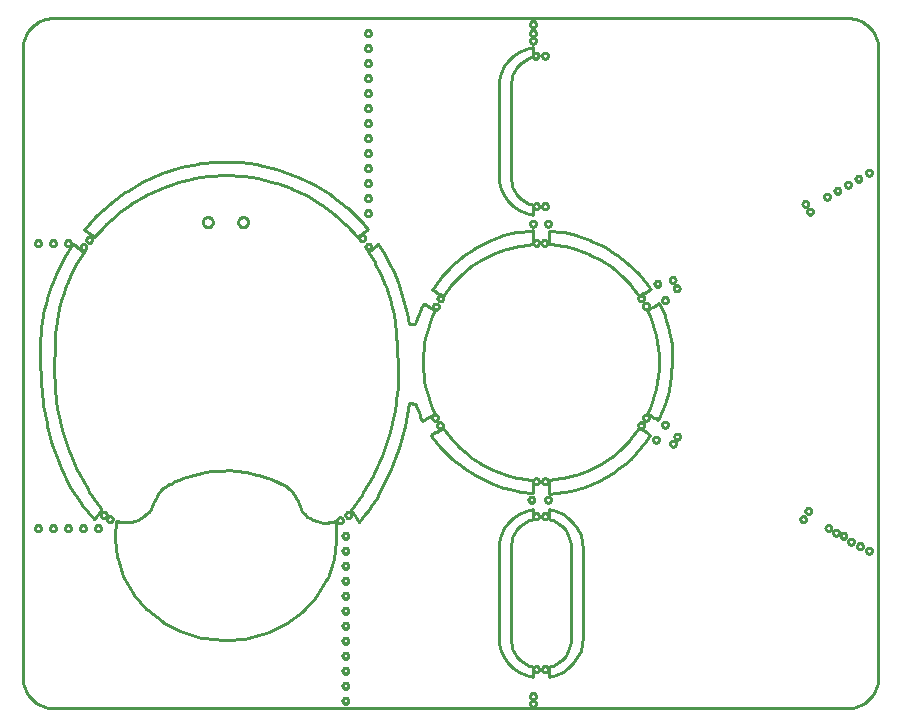
<source format=gbr>
G04 EAGLE Gerber RS-274X export*
G75*
%MOMM*%
%FSLAX34Y34*%
%LPD*%
%IN*%
%IPPOS*%
%AMOC8*
5,1,8,0,0,1.08239X$1,22.5*%
G01*
%ADD10C,0.254000*%


D10*
X0Y25400D02*
X97Y23186D01*
X386Y20989D01*
X865Y18826D01*
X1532Y16713D01*
X2380Y14666D01*
X3403Y12700D01*
X4594Y10831D01*
X5942Y9073D01*
X7440Y7440D01*
X9073Y5942D01*
X10831Y4594D01*
X12700Y3403D01*
X14666Y2380D01*
X16713Y1532D01*
X18826Y865D01*
X20989Y386D01*
X23186Y97D01*
X25400Y0D01*
X698500Y0D01*
X700714Y97D01*
X702911Y386D01*
X705074Y865D01*
X707187Y1532D01*
X709235Y2380D01*
X711200Y3403D01*
X713069Y4594D01*
X714827Y5942D01*
X716461Y7440D01*
X717958Y9073D01*
X719306Y10831D01*
X720497Y12700D01*
X721520Y14666D01*
X722368Y16713D01*
X723035Y18826D01*
X723514Y20989D01*
X723803Y23186D01*
X723900Y25400D01*
X723900Y558800D01*
X723803Y561014D01*
X723514Y563211D01*
X723035Y565374D01*
X722368Y567487D01*
X721520Y569535D01*
X720497Y571500D01*
X719306Y573369D01*
X717958Y575127D01*
X716461Y576761D01*
X714827Y578258D01*
X713069Y579606D01*
X711200Y580797D01*
X709235Y581820D01*
X707187Y582668D01*
X705074Y583335D01*
X702911Y583814D01*
X700714Y584103D01*
X698500Y584200D01*
X25400Y584200D01*
X23186Y584103D01*
X20989Y583814D01*
X18826Y583335D01*
X16713Y582668D01*
X14666Y581820D01*
X12700Y580797D01*
X10831Y579606D01*
X9073Y578258D01*
X7440Y576761D01*
X5942Y575127D01*
X4594Y573369D01*
X3403Y571500D01*
X2380Y569535D01*
X1532Y567487D01*
X865Y565374D01*
X386Y563211D01*
X97Y561014D01*
X0Y558800D01*
X0Y25400D01*
X402760Y60130D02*
X403260Y54030D01*
X404960Y48230D01*
X407560Y42930D01*
X410960Y38130D01*
X415160Y34030D01*
X420060Y30630D01*
X425560Y28030D01*
X431560Y26330D01*
X431560Y28530D01*
X431460Y29530D01*
X431460Y34830D01*
X429960Y35330D01*
X428560Y35830D01*
X425760Y37230D01*
X423160Y38830D01*
X420760Y40830D01*
X419060Y42630D01*
X417660Y44530D01*
X416360Y46530D01*
X415260Y48730D01*
X414360Y51030D01*
X413660Y53330D01*
X413260Y55730D01*
X413060Y58130D01*
X413060Y136930D01*
X413260Y139330D01*
X413660Y141730D01*
X414360Y144030D01*
X415260Y146330D01*
X416360Y148530D01*
X417660Y150530D01*
X419060Y152430D01*
X420760Y154230D01*
X423160Y156230D01*
X425760Y157830D01*
X428560Y159230D01*
X429960Y159730D01*
X431460Y160230D01*
X431460Y165530D01*
X431560Y166530D01*
X431560Y168730D01*
X425560Y167030D01*
X420060Y164430D01*
X415160Y161030D01*
X410960Y156930D01*
X407560Y152130D01*
X404960Y146830D01*
X403260Y141030D01*
X402760Y134930D01*
X402760Y60130D01*
X445460Y26330D02*
X451360Y28030D01*
X456860Y30630D01*
X461760Y34030D01*
X465960Y38130D01*
X469460Y42930D01*
X472060Y48230D01*
X473660Y54030D01*
X474260Y60130D01*
X474260Y134930D01*
X473660Y141030D01*
X472060Y146830D01*
X469460Y152130D01*
X465960Y156930D01*
X461760Y161030D01*
X456860Y164430D01*
X451360Y167030D01*
X445460Y168730D01*
X445460Y161230D01*
X445560Y160130D01*
X446960Y159730D01*
X448460Y159230D01*
X451260Y157830D01*
X453860Y156230D01*
X455060Y155230D01*
X456160Y154230D01*
X457860Y152430D01*
X459360Y150530D01*
X460660Y148530D01*
X461760Y146330D01*
X462660Y144030D01*
X463260Y141730D01*
X463660Y139330D01*
X463860Y136930D01*
X463860Y58130D01*
X463660Y55730D01*
X463260Y53330D01*
X462660Y51030D01*
X461760Y48730D01*
X460660Y46530D01*
X459360Y44530D01*
X457860Y42630D01*
X456160Y40830D01*
X455060Y39830D01*
X453860Y38830D01*
X451260Y37230D01*
X448460Y35830D01*
X446960Y35330D01*
X445560Y34930D01*
X445460Y33830D01*
X445460Y26330D01*
X14460Y307230D02*
X14760Y295830D01*
X14760Y293530D01*
X15260Y277630D01*
X15460Y275330D01*
X17060Y259230D01*
X17360Y256930D01*
X20260Y241030D01*
X20760Y238730D01*
X24860Y223130D01*
X25560Y220930D01*
X31160Y205830D01*
X32060Y203730D01*
X39060Y189330D01*
X40160Y187330D01*
X48860Y173930D01*
X50160Y172130D01*
X60560Y159830D01*
X61260Y160930D01*
X62060Y161930D01*
X62760Y163030D01*
X63460Y164030D01*
X64260Y165130D01*
X64960Y166130D01*
X65760Y167230D01*
X66460Y168230D01*
X65060Y170030D01*
X56060Y183230D01*
X54860Y185230D01*
X47060Y199230D01*
X46060Y201230D01*
X39660Y215930D01*
X38860Y218130D01*
X33760Y233330D01*
X33160Y235530D01*
X29560Y251130D01*
X29160Y253330D01*
X26960Y269230D01*
X26760Y271530D01*
X26060Y287530D01*
X26160Y289830D01*
X26960Y305830D01*
X26960Y307130D01*
X27360Y316530D01*
X27460Y317830D01*
X28560Y327130D01*
X28760Y328430D01*
X30460Y337630D01*
X30760Y338930D01*
X33260Y348030D01*
X33660Y349230D01*
X36660Y358130D01*
X37160Y359330D01*
X40860Y367930D01*
X41460Y369230D01*
X45760Y377530D01*
X46460Y378630D01*
X51360Y386630D01*
X50260Y387430D01*
X49160Y388330D01*
X46960Y389930D01*
X45860Y390830D01*
X43660Y392430D01*
X42560Y393330D01*
X41660Y391930D01*
X35660Y382430D01*
X34860Y381030D01*
X29660Y371030D01*
X28960Y369530D01*
X24560Y359230D01*
X23960Y357730D01*
X20460Y347030D01*
X19960Y345430D01*
X17360Y334530D01*
X17060Y332930D01*
X15360Y321730D01*
X15160Y320130D01*
X14460Y308830D01*
X14460Y307230D01*
X528360Y249230D02*
X529560Y248630D01*
X530760Y247930D01*
X531960Y247330D01*
X534360Y245930D01*
X535560Y245330D01*
X536760Y244630D01*
X537960Y244030D01*
X538660Y245430D01*
X543460Y257430D01*
X546560Y268230D01*
X546960Y269730D01*
X548860Y280830D01*
X549060Y282430D01*
X549860Y293630D01*
X549860Y295230D01*
X549260Y306330D01*
X549160Y307930D01*
X547360Y318930D01*
X546960Y320430D01*
X543760Y331230D01*
X543260Y332730D01*
X538660Y342930D01*
X537360Y342230D01*
X536060Y341430D01*
X534760Y340730D01*
X533560Y339930D01*
X530960Y338530D01*
X529660Y337730D01*
X528360Y337030D01*
X530660Y331930D01*
X532660Y326730D01*
X534460Y321430D01*
X535860Y316030D01*
X536960Y310430D01*
X537760Y304730D01*
X538260Y298930D01*
X538460Y293130D01*
X538260Y287230D01*
X537760Y281430D01*
X536960Y275830D01*
X535860Y270230D01*
X534360Y264830D01*
X532660Y259430D01*
X530660Y254230D01*
X528360Y249230D01*
X445460Y181430D02*
X451660Y181830D01*
X457960Y182630D01*
X464060Y183730D01*
X470260Y185330D01*
X476260Y187330D01*
X482160Y189730D01*
X487860Y192530D01*
X493560Y195730D01*
X499160Y199130D01*
X504560Y202930D01*
X509660Y206930D01*
X514460Y211330D01*
X519060Y216030D01*
X523360Y220930D01*
X527360Y226130D01*
X530960Y231530D01*
X527360Y233630D01*
X526260Y234430D01*
X521460Y237230D01*
X520660Y236130D01*
X514660Y228330D01*
X513760Y227330D01*
X506960Y220230D01*
X505960Y219330D01*
X498460Y213030D01*
X497260Y212230D01*
X489060Y206830D01*
X487860Y206130D01*
X479060Y201730D01*
X477760Y201130D01*
X468360Y197630D01*
X467060Y197230D01*
X457160Y194830D01*
X455760Y194630D01*
X445560Y193330D01*
X445560Y188830D01*
X445460Y187330D01*
X445460Y181430D01*
X445360Y404330D02*
X445460Y402930D01*
X445460Y397130D01*
X445560Y395730D01*
X445560Y392830D01*
X447060Y392730D01*
X457160Y391330D01*
X458660Y391130D01*
X468360Y388530D01*
X469760Y388130D01*
X479060Y384530D01*
X480260Y383930D01*
X489060Y379430D01*
X498360Y373230D01*
X499460Y372330D01*
X506960Y366030D01*
X507960Y365030D01*
X514660Y357930D01*
X515560Y356830D01*
X521360Y349030D01*
X523960Y350430D01*
X525160Y351130D01*
X526460Y351930D01*
X527660Y352630D01*
X528960Y353330D01*
X530160Y354030D01*
X531460Y354830D01*
X531160Y355130D01*
X530960Y355530D01*
X530660Y355930D01*
X530360Y356230D01*
X530060Y356630D01*
X529860Y357030D01*
X529560Y357330D01*
X528360Y358930D01*
X521460Y367330D01*
X520460Y368430D01*
X512660Y376030D01*
X511560Y377030D01*
X502960Y383730D01*
X501660Y384630D01*
X492460Y390330D01*
X491160Y391130D01*
X481360Y395830D01*
X479960Y396430D01*
X469760Y400030D01*
X468260Y400430D01*
X457660Y402930D01*
X456160Y403130D01*
X445360Y404330D01*
X345460Y231230D02*
X346360Y229930D01*
X353260Y221230D01*
X354360Y220030D01*
X362260Y212130D01*
X363460Y211130D01*
X372160Y204130D01*
X373560Y203130D01*
X382960Y197130D01*
X384360Y196430D01*
X394460Y191430D01*
X395960Y190730D01*
X406460Y186830D01*
X408060Y186430D01*
X418860Y183630D01*
X420460Y183330D01*
X431560Y181830D01*
X431560Y183230D01*
X431460Y184630D01*
X431460Y193330D01*
X429960Y193430D01*
X419760Y194830D01*
X418360Y195130D01*
X408560Y197630D01*
X407260Y198130D01*
X397960Y201630D01*
X396660Y202230D01*
X387860Y206830D01*
X386660Y207530D01*
X378560Y213030D01*
X377460Y213930D01*
X369960Y220230D01*
X368960Y221230D01*
X362260Y228330D01*
X361360Y229430D01*
X355560Y237230D01*
X354260Y236530D01*
X352960Y235730D01*
X351760Y235030D01*
X350460Y234230D01*
X349160Y233530D01*
X347960Y232730D01*
X346660Y232030D01*
X345460Y231230D01*
X277360Y167630D02*
X278260Y166430D01*
X279060Y165230D01*
X279960Y164030D01*
X280760Y162830D01*
X281660Y161630D01*
X282460Y160430D01*
X284260Y158030D01*
X287160Y160930D01*
X289960Y164130D01*
X292560Y167430D01*
X294960Y170930D01*
X297260Y174530D01*
X299360Y178230D01*
X301260Y181930D01*
X302960Y185630D01*
X307360Y194130D01*
X311360Y202730D01*
X314960Y211630D01*
X318160Y220630D01*
X321060Y229830D01*
X323460Y239130D01*
X325560Y248630D01*
X327160Y258130D01*
X327860Y258130D01*
X328460Y258030D01*
X329760Y258030D01*
X330460Y257930D01*
X331760Y257930D01*
X332460Y257830D01*
X333060Y256030D01*
X333660Y254130D01*
X334360Y252330D01*
X335060Y250430D01*
X335760Y248630D01*
X336560Y246930D01*
X337360Y245130D01*
X338260Y243330D01*
X339560Y244130D01*
X342160Y245530D01*
X343460Y246330D01*
X347360Y248430D01*
X348660Y249230D01*
X346360Y254230D01*
X344260Y259430D01*
X342560Y264730D01*
X341160Y270230D01*
X339960Y275830D01*
X339160Y281430D01*
X338660Y287230D01*
X338460Y293130D01*
X338660Y298930D01*
X339160Y304730D01*
X339960Y310430D01*
X341060Y315930D01*
X342560Y321430D01*
X344260Y326730D01*
X346260Y331930D01*
X348560Y336930D01*
X347460Y337630D01*
X345060Y339030D01*
X343960Y339730D01*
X342760Y340430D01*
X341660Y341130D01*
X340460Y341830D01*
X339260Y342430D01*
X338260Y340430D01*
X336260Y336230D01*
X335360Y334030D01*
X334460Y331930D01*
X332860Y327530D01*
X332160Y325330D01*
X331460Y325430D01*
X327360Y325430D01*
X326660Y325530D01*
X324960Y334430D01*
X322860Y343330D01*
X320260Y352130D01*
X317260Y360730D01*
X313860Y369130D01*
X309960Y377330D01*
X305660Y385430D01*
X300960Y393230D01*
X299860Y392430D01*
X298760Y391530D01*
X295460Y389130D01*
X294460Y388230D01*
X292260Y386630D01*
X292960Y385530D01*
X297760Y377630D01*
X298360Y376430D01*
X302560Y368230D01*
X303060Y367030D01*
X306660Y358530D01*
X307160Y357330D01*
X310160Y348630D01*
X310560Y347330D01*
X312860Y338430D01*
X313160Y337130D01*
X314860Y328130D01*
X315060Y326830D01*
X316160Y317630D01*
X316260Y316330D01*
X316560Y307130D01*
X316860Y304830D01*
X317760Y288530D01*
X317860Y286230D01*
X317160Y270030D01*
X316960Y267730D01*
X314760Y251630D01*
X314360Y249330D01*
X310660Y233530D01*
X309960Y231330D01*
X304760Y215930D01*
X303860Y213730D01*
X297260Y198930D01*
X296160Y196930D01*
X288060Y182830D01*
X286860Y180830D01*
X277360Y167630D01*
X51660Y405230D02*
X52760Y404430D01*
X53760Y403630D01*
X55960Y402030D01*
X57060Y401130D01*
X58060Y400330D01*
X60260Y398730D01*
X61260Y399930D01*
X62360Y401230D01*
X63360Y402430D01*
X66660Y406030D01*
X70260Y409630D01*
X79460Y417930D01*
X80860Y419030D01*
X90860Y426430D01*
X92360Y427330D01*
X103060Y433730D01*
X104560Y434530D01*
X115860Y439830D01*
X117460Y440530D01*
X129160Y444730D01*
X130860Y445230D01*
X142960Y448230D01*
X144660Y448630D01*
X156960Y450430D01*
X158760Y450630D01*
X171160Y451230D01*
X172960Y451230D01*
X185360Y450530D01*
X187060Y450430D01*
X199360Y448530D01*
X201160Y448130D01*
X213160Y445030D01*
X214860Y444530D01*
X226560Y440330D01*
X228160Y439630D01*
X239460Y434330D01*
X240960Y433430D01*
X251660Y427130D01*
X253160Y426130D01*
X263160Y418730D01*
X264460Y417630D01*
X273660Y409230D01*
X274960Y408030D01*
X276260Y406730D01*
X278660Y404130D01*
X279860Y402730D01*
X281060Y401430D01*
X282160Y400030D01*
X283360Y398630D01*
X284460Y399530D01*
X285560Y400330D01*
X286660Y401230D01*
X287760Y402030D01*
X288860Y402930D01*
X291060Y404530D01*
X292160Y405430D01*
X291560Y406230D01*
X290960Y406930D01*
X290260Y407730D01*
X289660Y408530D01*
X288960Y409330D01*
X288360Y410030D01*
X287660Y410830D01*
X287060Y411630D01*
X285660Y413130D01*
X275060Y423330D01*
X273460Y424630D01*
X261860Y433730D01*
X260060Y434930D01*
X247560Y442630D01*
X245760Y443630D01*
X232460Y450130D01*
X230460Y450930D01*
X216560Y455930D01*
X214560Y456530D01*
X200260Y460030D01*
X198160Y460330D01*
X183560Y462230D01*
X181460Y462330D01*
X166760Y462530D01*
X164560Y462430D01*
X149960Y461330D01*
X147860Y461030D01*
X133560Y458230D01*
X131560Y457730D01*
X117860Y453230D01*
X115960Y452430D01*
X102760Y446530D01*
X100960Y445530D01*
X88560Y438230D01*
X86760Y437130D01*
X75160Y428530D01*
X73560Y427230D01*
X62860Y417430D01*
X61360Y416030D01*
X51660Y405230D01*
X346360Y354430D02*
X347460Y353730D01*
X348660Y353030D01*
X349760Y352330D01*
X350960Y351730D01*
X352060Y351030D01*
X353260Y350330D01*
X354360Y349730D01*
X355560Y349030D01*
X356360Y350130D01*
X362360Y357930D01*
X363260Y359030D01*
X370060Y366030D01*
X371060Y366930D01*
X378560Y373230D01*
X379760Y374030D01*
X387960Y379430D01*
X389160Y380130D01*
X397960Y384530D01*
X399260Y385130D01*
X408660Y388530D01*
X409960Y389030D01*
X419760Y391330D01*
X421260Y391630D01*
X431460Y392830D01*
X431460Y404430D01*
X429860Y404330D01*
X418560Y403130D01*
X417060Y402930D01*
X406160Y400230D01*
X404660Y399730D01*
X394260Y395730D01*
X392760Y395030D01*
X382960Y389830D01*
X381660Y388930D01*
X372460Y382530D01*
X371160Y381530D01*
X362760Y374130D01*
X361660Y373030D01*
X354060Y364730D01*
X352960Y363430D01*
X346360Y354430D01*
X78160Y143630D02*
X79660Y128330D01*
X80060Y126230D01*
X84660Y112030D01*
X85560Y110130D01*
X92860Y97230D01*
X94160Y95530D01*
X103960Y84230D01*
X105560Y82730D01*
X117560Y73430D01*
X119360Y72230D01*
X133160Y65130D01*
X135260Y64330D01*
X150560Y59730D01*
X152860Y59330D01*
X169260Y57630D01*
X171660Y57530D01*
X188260Y58930D01*
X190560Y59330D01*
X205960Y63530D01*
X208060Y64330D01*
X222060Y71130D01*
X223960Y72230D01*
X236160Y81330D01*
X237760Y82730D01*
X247960Y93830D01*
X249260Y95530D01*
X256960Y108130D01*
X257860Y110130D01*
X262760Y124130D01*
X263260Y126230D01*
X265160Y141330D01*
X265160Y158630D01*
X264260Y158230D01*
X263260Y157930D01*
X260260Y157330D01*
X259260Y157230D01*
X258160Y157130D01*
X257160Y157030D01*
X254260Y157130D01*
X251360Y157530D01*
X248560Y158230D01*
X245860Y159230D01*
X243260Y160630D01*
X240860Y162130D01*
X238560Y164030D01*
X236560Y166130D01*
X235660Y168530D01*
X234760Y170830D01*
X233760Y173130D01*
X232660Y175430D01*
X231460Y177730D01*
X230260Y179930D01*
X228960Y182130D01*
X227660Y184230D01*
X225660Y185830D01*
X223460Y187230D01*
X222460Y187930D01*
X221260Y188530D01*
X219060Y189730D01*
X218360Y190030D01*
X217660Y190430D01*
X217060Y190730D01*
X216360Y191030D01*
X215660Y191430D01*
X215060Y191730D01*
X214360Y192030D01*
X213660Y192430D01*
X211760Y193230D01*
X209760Y194030D01*
X207860Y194730D01*
X203860Y196130D01*
X199860Y197330D01*
X197860Y197830D01*
X194860Y198630D01*
X191960Y199230D01*
X188960Y199730D01*
X186060Y200230D01*
X183060Y200630D01*
X180060Y200930D01*
X174060Y201330D01*
X168460Y201130D01*
X165560Y200930D01*
X162760Y200730D01*
X159960Y200430D01*
X154360Y199630D01*
X151560Y199130D01*
X144960Y197730D01*
X141660Y196830D01*
X135260Y194630D01*
X132060Y193330D01*
X128960Y192030D01*
X124960Y190030D01*
X124060Y189630D01*
X123060Y189130D01*
X120360Y187630D01*
X118560Y186430D01*
X117160Y184730D01*
X114560Y181130D01*
X113360Y179230D01*
X112360Y177230D01*
X111260Y175230D01*
X110360Y173230D01*
X109560Y171230D01*
X108060Y168730D01*
X106360Y166430D01*
X104360Y164330D01*
X102160Y162530D01*
X99760Y160930D01*
X97160Y159630D01*
X94460Y158530D01*
X91660Y157830D01*
X90060Y157630D01*
X88360Y157430D01*
X86660Y157430D01*
X84960Y157530D01*
X83360Y157730D01*
X81660Y157930D01*
X80060Y158330D01*
X78360Y158830D01*
X78360Y153130D01*
X78260Y151230D01*
X78260Y147430D01*
X78160Y145530D01*
X78160Y143630D01*
X402760Y451330D02*
X403260Y445230D01*
X404960Y439430D01*
X407560Y434130D01*
X410960Y429330D01*
X415160Y425130D01*
X420060Y421730D01*
X425560Y419230D01*
X431560Y417530D01*
X431560Y419630D01*
X431460Y420730D01*
X431460Y426030D01*
X429960Y426530D01*
X428560Y427030D01*
X427160Y427630D01*
X425760Y428330D01*
X424460Y429130D01*
X423160Y430030D01*
X421960Y430930D01*
X420760Y432030D01*
X419060Y433730D01*
X417660Y435630D01*
X416360Y437730D01*
X415260Y439930D01*
X414360Y442130D01*
X413660Y444530D01*
X413260Y446930D01*
X413060Y449330D01*
X413060Y528030D01*
X413260Y530530D01*
X413660Y532830D01*
X414360Y535230D01*
X415260Y537530D01*
X416360Y539630D01*
X417660Y541730D01*
X419060Y543630D01*
X420760Y545430D01*
X421960Y546430D01*
X423160Y547330D01*
X424460Y548230D01*
X425760Y549030D01*
X427160Y549730D01*
X429960Y550930D01*
X431460Y551330D01*
X431460Y556630D01*
X431560Y557730D01*
X431560Y559830D01*
X425560Y558230D01*
X420060Y555630D01*
X415160Y552230D01*
X410960Y548030D01*
X407560Y543330D01*
X404960Y537930D01*
X403260Y532230D01*
X402760Y526030D01*
X402760Y451330D01*
X71040Y163300D02*
X70977Y162905D01*
X70854Y162525D01*
X70672Y162169D01*
X70437Y161845D01*
X70155Y161563D01*
X69831Y161328D01*
X69475Y161146D01*
X69095Y161023D01*
X68700Y160960D01*
X68300Y160960D01*
X67905Y161023D01*
X67525Y161146D01*
X67169Y161328D01*
X66845Y161563D01*
X66563Y161845D01*
X66328Y162169D01*
X66146Y162525D01*
X66023Y162905D01*
X65960Y163300D01*
X65960Y163700D01*
X66023Y164095D01*
X66146Y164475D01*
X66328Y164831D01*
X66563Y165155D01*
X66845Y165437D01*
X67169Y165672D01*
X67525Y165854D01*
X67905Y165977D01*
X68300Y166040D01*
X68700Y166040D01*
X69095Y165977D01*
X69475Y165854D01*
X69831Y165672D01*
X70155Y165437D01*
X70437Y165155D01*
X70672Y164831D01*
X70854Y164475D01*
X70977Y164095D01*
X71040Y163700D01*
X71040Y163300D01*
X76040Y159800D02*
X75977Y159405D01*
X75854Y159025D01*
X75672Y158669D01*
X75437Y158345D01*
X75155Y158063D01*
X74831Y157828D01*
X74475Y157646D01*
X74095Y157523D01*
X73700Y157460D01*
X73300Y157460D01*
X72905Y157523D01*
X72525Y157646D01*
X72169Y157828D01*
X71845Y158063D01*
X71563Y158345D01*
X71328Y158669D01*
X71146Y159025D01*
X71023Y159405D01*
X70960Y159800D01*
X70960Y160200D01*
X71023Y160595D01*
X71146Y160975D01*
X71328Y161331D01*
X71563Y161655D01*
X71845Y161937D01*
X72169Y162172D01*
X72525Y162354D01*
X72905Y162477D01*
X73300Y162540D01*
X73700Y162540D01*
X74095Y162477D01*
X74475Y162354D01*
X74831Y162172D01*
X75155Y161937D01*
X75437Y161655D01*
X75672Y161331D01*
X75854Y160975D01*
X75977Y160595D01*
X76040Y160200D01*
X76040Y159800D01*
X58540Y396300D02*
X58477Y395905D01*
X58354Y395525D01*
X58172Y395169D01*
X57937Y394845D01*
X57655Y394563D01*
X57331Y394328D01*
X56975Y394146D01*
X56595Y394023D01*
X56200Y393960D01*
X55800Y393960D01*
X55405Y394023D01*
X55025Y394146D01*
X54669Y394328D01*
X54345Y394563D01*
X54063Y394845D01*
X53828Y395169D01*
X53646Y395525D01*
X53523Y395905D01*
X53460Y396300D01*
X53460Y396700D01*
X53523Y397095D01*
X53646Y397475D01*
X53828Y397831D01*
X54063Y398155D01*
X54345Y398437D01*
X54669Y398672D01*
X55025Y398854D01*
X55405Y398977D01*
X55800Y399040D01*
X56200Y399040D01*
X56595Y398977D01*
X56975Y398854D01*
X57331Y398672D01*
X57655Y398437D01*
X57937Y398155D01*
X58172Y397831D01*
X58354Y397475D01*
X58477Y397095D01*
X58540Y396700D01*
X58540Y396300D01*
X53770Y390030D02*
X53707Y389635D01*
X53584Y389255D01*
X53402Y388899D01*
X53167Y388575D01*
X52885Y388293D01*
X52561Y388058D01*
X52205Y387876D01*
X51825Y387753D01*
X51430Y387690D01*
X51030Y387690D01*
X50635Y387753D01*
X50255Y387876D01*
X49899Y388058D01*
X49575Y388293D01*
X49293Y388575D01*
X49058Y388899D01*
X48876Y389255D01*
X48753Y389635D01*
X48690Y390030D01*
X48690Y390430D01*
X48753Y390825D01*
X48876Y391205D01*
X49058Y391561D01*
X49293Y391885D01*
X49575Y392167D01*
X49899Y392402D01*
X50255Y392584D01*
X50635Y392707D01*
X51030Y392770D01*
X51430Y392770D01*
X51825Y392707D01*
X52205Y392584D01*
X52561Y392402D01*
X52885Y392167D01*
X53167Y391885D01*
X53402Y391561D01*
X53584Y391205D01*
X53707Y390825D01*
X53770Y390430D01*
X53770Y390030D01*
X289810Y397840D02*
X289747Y397445D01*
X289624Y397065D01*
X289442Y396709D01*
X289207Y396385D01*
X288925Y396103D01*
X288601Y395868D01*
X288245Y395686D01*
X287865Y395563D01*
X287470Y395500D01*
X287070Y395500D01*
X286675Y395563D01*
X286295Y395686D01*
X285939Y395868D01*
X285615Y396103D01*
X285333Y396385D01*
X285098Y396709D01*
X284916Y397065D01*
X284793Y397445D01*
X284730Y397840D01*
X284730Y398240D01*
X284793Y398635D01*
X284916Y399015D01*
X285098Y399371D01*
X285333Y399695D01*
X285615Y399977D01*
X285939Y400212D01*
X286295Y400394D01*
X286675Y400517D01*
X287070Y400580D01*
X287470Y400580D01*
X287865Y400517D01*
X288245Y400394D01*
X288601Y400212D01*
X288925Y399977D01*
X289207Y399695D01*
X289442Y399371D01*
X289624Y399015D01*
X289747Y398635D01*
X289810Y398240D01*
X289810Y397840D01*
X295080Y390570D02*
X295017Y390175D01*
X294894Y389795D01*
X294712Y389439D01*
X294477Y389115D01*
X294195Y388833D01*
X293871Y388598D01*
X293515Y388416D01*
X293135Y388293D01*
X292740Y388230D01*
X292340Y388230D01*
X291945Y388293D01*
X291565Y388416D01*
X291209Y388598D01*
X290885Y388833D01*
X290603Y389115D01*
X290368Y389439D01*
X290186Y389795D01*
X290063Y390175D01*
X290000Y390570D01*
X290000Y390970D01*
X290063Y391365D01*
X290186Y391745D01*
X290368Y392101D01*
X290603Y392425D01*
X290885Y392707D01*
X291209Y392942D01*
X291565Y393124D01*
X291945Y393247D01*
X292340Y393310D01*
X292740Y393310D01*
X293135Y393247D01*
X293515Y393124D01*
X293871Y392942D01*
X294195Y392707D01*
X294477Y392425D01*
X294712Y392101D01*
X294894Y391745D01*
X295017Y391365D01*
X295080Y390970D01*
X295080Y390570D01*
X271040Y158800D02*
X270977Y158405D01*
X270854Y158025D01*
X270672Y157669D01*
X270437Y157345D01*
X270155Y157063D01*
X269831Y156828D01*
X269475Y156646D01*
X269095Y156523D01*
X268700Y156460D01*
X268300Y156460D01*
X267905Y156523D01*
X267525Y156646D01*
X267169Y156828D01*
X266845Y157063D01*
X266563Y157345D01*
X266328Y157669D01*
X266146Y158025D01*
X266023Y158405D01*
X265960Y158800D01*
X265960Y159200D01*
X266023Y159595D01*
X266146Y159975D01*
X266328Y160331D01*
X266563Y160655D01*
X266845Y160937D01*
X267169Y161172D01*
X267525Y161354D01*
X267905Y161477D01*
X268300Y161540D01*
X268700Y161540D01*
X269095Y161477D01*
X269475Y161354D01*
X269831Y161172D01*
X270155Y160937D01*
X270437Y160655D01*
X270672Y160331D01*
X270854Y159975D01*
X270977Y159595D01*
X271040Y159200D01*
X271040Y158800D01*
X278040Y163300D02*
X277977Y162905D01*
X277854Y162525D01*
X277672Y162169D01*
X277437Y161845D01*
X277155Y161563D01*
X276831Y161328D01*
X276475Y161146D01*
X276095Y161023D01*
X275700Y160960D01*
X275300Y160960D01*
X274905Y161023D01*
X274525Y161146D01*
X274169Y161328D01*
X273845Y161563D01*
X273563Y161845D01*
X273328Y162169D01*
X273146Y162525D01*
X273023Y162905D01*
X272960Y163300D01*
X272960Y163700D01*
X273023Y164095D01*
X273146Y164475D01*
X273328Y164831D01*
X273563Y165155D01*
X273845Y165437D01*
X274169Y165672D01*
X274525Y165854D01*
X274905Y165977D01*
X275300Y166040D01*
X275700Y166040D01*
X276095Y165977D01*
X276475Y165854D01*
X276831Y165672D01*
X277155Y165437D01*
X277437Y165155D01*
X277672Y164831D01*
X277854Y164475D01*
X277977Y164095D01*
X278040Y163700D01*
X278040Y163300D01*
X436540Y552300D02*
X436477Y551905D01*
X436354Y551525D01*
X436172Y551169D01*
X435937Y550845D01*
X435655Y550563D01*
X435331Y550328D01*
X434975Y550146D01*
X434595Y550023D01*
X434200Y549960D01*
X433800Y549960D01*
X433405Y550023D01*
X433025Y550146D01*
X432669Y550328D01*
X432345Y550563D01*
X432063Y550845D01*
X431828Y551169D01*
X431646Y551525D01*
X431523Y551905D01*
X431460Y552300D01*
X431460Y552700D01*
X431523Y553095D01*
X431646Y553475D01*
X431828Y553831D01*
X432063Y554155D01*
X432345Y554437D01*
X432669Y554672D01*
X433025Y554854D01*
X433405Y554977D01*
X433800Y555040D01*
X434200Y555040D01*
X434595Y554977D01*
X434975Y554854D01*
X435331Y554672D01*
X435655Y554437D01*
X435937Y554155D01*
X436172Y553831D01*
X436354Y553475D01*
X436477Y553095D01*
X436540Y552700D01*
X436540Y552300D01*
X444540Y552300D02*
X444477Y551905D01*
X444354Y551525D01*
X444172Y551169D01*
X443937Y550845D01*
X443655Y550563D01*
X443331Y550328D01*
X442975Y550146D01*
X442595Y550023D01*
X442200Y549960D01*
X441800Y549960D01*
X441405Y550023D01*
X441025Y550146D01*
X440669Y550328D01*
X440345Y550563D01*
X440063Y550845D01*
X439828Y551169D01*
X439646Y551525D01*
X439523Y551905D01*
X439460Y552300D01*
X439460Y552700D01*
X439523Y553095D01*
X439646Y553475D01*
X439828Y553831D01*
X440063Y554155D01*
X440345Y554437D01*
X440669Y554672D01*
X441025Y554854D01*
X441405Y554977D01*
X441800Y555040D01*
X442200Y555040D01*
X442595Y554977D01*
X442975Y554854D01*
X443331Y554672D01*
X443655Y554437D01*
X443937Y554155D01*
X444172Y553831D01*
X444354Y553475D01*
X444477Y553095D01*
X444540Y552700D01*
X444540Y552300D01*
X437040Y424800D02*
X436977Y424405D01*
X436854Y424025D01*
X436672Y423669D01*
X436437Y423345D01*
X436155Y423063D01*
X435831Y422828D01*
X435475Y422646D01*
X435095Y422523D01*
X434700Y422460D01*
X434300Y422460D01*
X433905Y422523D01*
X433525Y422646D01*
X433169Y422828D01*
X432845Y423063D01*
X432563Y423345D01*
X432328Y423669D01*
X432146Y424025D01*
X432023Y424405D01*
X431960Y424800D01*
X431960Y425200D01*
X432023Y425595D01*
X432146Y425975D01*
X432328Y426331D01*
X432563Y426655D01*
X432845Y426937D01*
X433169Y427172D01*
X433525Y427354D01*
X433905Y427477D01*
X434300Y427540D01*
X434700Y427540D01*
X435095Y427477D01*
X435475Y427354D01*
X435831Y427172D01*
X436155Y426937D01*
X436437Y426655D01*
X436672Y426331D01*
X436854Y425975D01*
X436977Y425595D01*
X437040Y425200D01*
X437040Y424800D01*
X444540Y424800D02*
X444477Y424405D01*
X444354Y424025D01*
X444172Y423669D01*
X443937Y423345D01*
X443655Y423063D01*
X443331Y422828D01*
X442975Y422646D01*
X442595Y422523D01*
X442200Y422460D01*
X441800Y422460D01*
X441405Y422523D01*
X441025Y422646D01*
X440669Y422828D01*
X440345Y423063D01*
X440063Y423345D01*
X439828Y423669D01*
X439646Y424025D01*
X439523Y424405D01*
X439460Y424800D01*
X439460Y425200D01*
X439523Y425595D01*
X439646Y425975D01*
X439828Y426331D01*
X440063Y426655D01*
X440345Y426937D01*
X440669Y427172D01*
X441025Y427354D01*
X441405Y427477D01*
X441800Y427540D01*
X442200Y427540D01*
X442595Y427477D01*
X442975Y427354D01*
X443331Y427172D01*
X443655Y426937D01*
X443937Y426655D01*
X444172Y426331D01*
X444354Y425975D01*
X444477Y425595D01*
X444540Y425200D01*
X444540Y424800D01*
X437040Y393800D02*
X436977Y393405D01*
X436854Y393025D01*
X436672Y392669D01*
X436437Y392345D01*
X436155Y392063D01*
X435831Y391828D01*
X435475Y391646D01*
X435095Y391523D01*
X434700Y391460D01*
X434300Y391460D01*
X433905Y391523D01*
X433525Y391646D01*
X433169Y391828D01*
X432845Y392063D01*
X432563Y392345D01*
X432328Y392669D01*
X432146Y393025D01*
X432023Y393405D01*
X431960Y393800D01*
X431960Y394200D01*
X432023Y394595D01*
X432146Y394975D01*
X432328Y395331D01*
X432563Y395655D01*
X432845Y395937D01*
X433169Y396172D01*
X433525Y396354D01*
X433905Y396477D01*
X434300Y396540D01*
X434700Y396540D01*
X435095Y396477D01*
X435475Y396354D01*
X435831Y396172D01*
X436155Y395937D01*
X436437Y395655D01*
X436672Y395331D01*
X436854Y394975D01*
X436977Y394595D01*
X437040Y394200D01*
X437040Y393800D01*
X444040Y393800D02*
X443977Y393405D01*
X443854Y393025D01*
X443672Y392669D01*
X443437Y392345D01*
X443155Y392063D01*
X442831Y391828D01*
X442475Y391646D01*
X442095Y391523D01*
X441700Y391460D01*
X441300Y391460D01*
X440905Y391523D01*
X440525Y391646D01*
X440169Y391828D01*
X439845Y392063D01*
X439563Y392345D01*
X439328Y392669D01*
X439146Y393025D01*
X439023Y393405D01*
X438960Y393800D01*
X438960Y394200D01*
X439023Y394595D01*
X439146Y394975D01*
X439328Y395331D01*
X439563Y395655D01*
X439845Y395937D01*
X440169Y396172D01*
X440525Y396354D01*
X440905Y396477D01*
X441300Y396540D01*
X441700Y396540D01*
X442095Y396477D01*
X442475Y396354D01*
X442831Y396172D01*
X443155Y395937D01*
X443437Y395655D01*
X443672Y395331D01*
X443854Y394975D01*
X443977Y394595D01*
X444040Y394200D01*
X444040Y393800D01*
X356040Y346800D02*
X355977Y346405D01*
X355854Y346025D01*
X355672Y345669D01*
X355437Y345345D01*
X355155Y345063D01*
X354831Y344828D01*
X354475Y344646D01*
X354095Y344523D01*
X353700Y344460D01*
X353300Y344460D01*
X352905Y344523D01*
X352525Y344646D01*
X352169Y344828D01*
X351845Y345063D01*
X351563Y345345D01*
X351328Y345669D01*
X351146Y346025D01*
X351023Y346405D01*
X350960Y346800D01*
X350960Y347200D01*
X351023Y347595D01*
X351146Y347975D01*
X351328Y348331D01*
X351563Y348655D01*
X351845Y348937D01*
X352169Y349172D01*
X352525Y349354D01*
X352905Y349477D01*
X353300Y349540D01*
X353700Y349540D01*
X354095Y349477D01*
X354475Y349354D01*
X354831Y349172D01*
X355155Y348937D01*
X355437Y348655D01*
X355672Y348331D01*
X355854Y347975D01*
X355977Y347595D01*
X356040Y347200D01*
X356040Y346800D01*
X352040Y339800D02*
X351977Y339405D01*
X351854Y339025D01*
X351672Y338669D01*
X351437Y338345D01*
X351155Y338063D01*
X350831Y337828D01*
X350475Y337646D01*
X350095Y337523D01*
X349700Y337460D01*
X349300Y337460D01*
X348905Y337523D01*
X348525Y337646D01*
X348169Y337828D01*
X347845Y338063D01*
X347563Y338345D01*
X347328Y338669D01*
X347146Y339025D01*
X347023Y339405D01*
X346960Y339800D01*
X346960Y340200D01*
X347023Y340595D01*
X347146Y340975D01*
X347328Y341331D01*
X347563Y341655D01*
X347845Y341937D01*
X348169Y342172D01*
X348525Y342354D01*
X348905Y342477D01*
X349300Y342540D01*
X349700Y342540D01*
X350095Y342477D01*
X350475Y342354D01*
X350831Y342172D01*
X351155Y341937D01*
X351437Y341655D01*
X351672Y341331D01*
X351854Y340975D01*
X351977Y340595D01*
X352040Y340200D01*
X352040Y339800D01*
X351540Y245800D02*
X351477Y245405D01*
X351354Y245025D01*
X351172Y244669D01*
X350937Y244345D01*
X350655Y244063D01*
X350331Y243828D01*
X349975Y243646D01*
X349595Y243523D01*
X349200Y243460D01*
X348800Y243460D01*
X348405Y243523D01*
X348025Y243646D01*
X347669Y243828D01*
X347345Y244063D01*
X347063Y244345D01*
X346828Y244669D01*
X346646Y245025D01*
X346523Y245405D01*
X346460Y245800D01*
X346460Y246200D01*
X346523Y246595D01*
X346646Y246975D01*
X346828Y247331D01*
X347063Y247655D01*
X347345Y247937D01*
X347669Y248172D01*
X348025Y248354D01*
X348405Y248477D01*
X348800Y248540D01*
X349200Y248540D01*
X349595Y248477D01*
X349975Y248354D01*
X350331Y248172D01*
X350655Y247937D01*
X350937Y247655D01*
X351172Y247331D01*
X351354Y246975D01*
X351477Y246595D01*
X351540Y246200D01*
X351540Y245800D01*
X355540Y239300D02*
X355477Y238905D01*
X355354Y238525D01*
X355172Y238169D01*
X354937Y237845D01*
X354655Y237563D01*
X354331Y237328D01*
X353975Y237146D01*
X353595Y237023D01*
X353200Y236960D01*
X352800Y236960D01*
X352405Y237023D01*
X352025Y237146D01*
X351669Y237328D01*
X351345Y237563D01*
X351063Y237845D01*
X350828Y238169D01*
X350646Y238525D01*
X350523Y238905D01*
X350460Y239300D01*
X350460Y239700D01*
X350523Y240095D01*
X350646Y240475D01*
X350828Y240831D01*
X351063Y241155D01*
X351345Y241437D01*
X351669Y241672D01*
X352025Y241854D01*
X352405Y241977D01*
X352800Y242040D01*
X353200Y242040D01*
X353595Y241977D01*
X353975Y241854D01*
X354331Y241672D01*
X354655Y241437D01*
X354937Y241155D01*
X355172Y240831D01*
X355354Y240475D01*
X355477Y240095D01*
X355540Y239700D01*
X355540Y239300D01*
X437040Y191800D02*
X436977Y191405D01*
X436854Y191025D01*
X436672Y190669D01*
X436437Y190345D01*
X436155Y190063D01*
X435831Y189828D01*
X435475Y189646D01*
X435095Y189523D01*
X434700Y189460D01*
X434300Y189460D01*
X433905Y189523D01*
X433525Y189646D01*
X433169Y189828D01*
X432845Y190063D01*
X432563Y190345D01*
X432328Y190669D01*
X432146Y191025D01*
X432023Y191405D01*
X431960Y191800D01*
X431960Y192200D01*
X432023Y192595D01*
X432146Y192975D01*
X432328Y193331D01*
X432563Y193655D01*
X432845Y193937D01*
X433169Y194172D01*
X433525Y194354D01*
X433905Y194477D01*
X434300Y194540D01*
X434700Y194540D01*
X435095Y194477D01*
X435475Y194354D01*
X435831Y194172D01*
X436155Y193937D01*
X436437Y193655D01*
X436672Y193331D01*
X436854Y192975D01*
X436977Y192595D01*
X437040Y192200D01*
X437040Y191800D01*
X444540Y191800D02*
X444477Y191405D01*
X444354Y191025D01*
X444172Y190669D01*
X443937Y190345D01*
X443655Y190063D01*
X443331Y189828D01*
X442975Y189646D01*
X442595Y189523D01*
X442200Y189460D01*
X441800Y189460D01*
X441405Y189523D01*
X441025Y189646D01*
X440669Y189828D01*
X440345Y190063D01*
X440063Y190345D01*
X439828Y190669D01*
X439646Y191025D01*
X439523Y191405D01*
X439460Y191800D01*
X439460Y192200D01*
X439523Y192595D01*
X439646Y192975D01*
X439828Y193331D01*
X440063Y193655D01*
X440345Y193937D01*
X440669Y194172D01*
X441025Y194354D01*
X441405Y194477D01*
X441800Y194540D01*
X442200Y194540D01*
X442595Y194477D01*
X442975Y194354D01*
X443331Y194172D01*
X443655Y193937D01*
X443937Y193655D01*
X444172Y193331D01*
X444354Y192975D01*
X444477Y192595D01*
X444540Y192200D01*
X444540Y191800D01*
X526040Y239300D02*
X525977Y238905D01*
X525854Y238525D01*
X525672Y238169D01*
X525437Y237845D01*
X525155Y237563D01*
X524831Y237328D01*
X524475Y237146D01*
X524095Y237023D01*
X523700Y236960D01*
X523300Y236960D01*
X522905Y237023D01*
X522525Y237146D01*
X522169Y237328D01*
X521845Y237563D01*
X521563Y237845D01*
X521328Y238169D01*
X521146Y238525D01*
X521023Y238905D01*
X520960Y239300D01*
X520960Y239700D01*
X521023Y240095D01*
X521146Y240475D01*
X521328Y240831D01*
X521563Y241155D01*
X521845Y241437D01*
X522169Y241672D01*
X522525Y241854D01*
X522905Y241977D01*
X523300Y242040D01*
X523700Y242040D01*
X524095Y241977D01*
X524475Y241854D01*
X524831Y241672D01*
X525155Y241437D01*
X525437Y241155D01*
X525672Y240831D01*
X525854Y240475D01*
X525977Y240095D01*
X526040Y239700D01*
X526040Y239300D01*
X530040Y245800D02*
X529977Y245405D01*
X529854Y245025D01*
X529672Y244669D01*
X529437Y244345D01*
X529155Y244063D01*
X528831Y243828D01*
X528475Y243646D01*
X528095Y243523D01*
X527700Y243460D01*
X527300Y243460D01*
X526905Y243523D01*
X526525Y243646D01*
X526169Y243828D01*
X525845Y244063D01*
X525563Y244345D01*
X525328Y244669D01*
X525146Y245025D01*
X525023Y245405D01*
X524960Y245800D01*
X524960Y246200D01*
X525023Y246595D01*
X525146Y246975D01*
X525328Y247331D01*
X525563Y247655D01*
X525845Y247937D01*
X526169Y248172D01*
X526525Y248354D01*
X526905Y248477D01*
X527300Y248540D01*
X527700Y248540D01*
X528095Y248477D01*
X528475Y248354D01*
X528831Y248172D01*
X529155Y247937D01*
X529437Y247655D01*
X529672Y247331D01*
X529854Y246975D01*
X529977Y246595D01*
X530040Y246200D01*
X530040Y245800D01*
X556540Y229800D02*
X556477Y229405D01*
X556354Y229025D01*
X556172Y228669D01*
X555937Y228345D01*
X555655Y228063D01*
X555331Y227828D01*
X554975Y227646D01*
X554595Y227523D01*
X554200Y227460D01*
X553800Y227460D01*
X553405Y227523D01*
X553025Y227646D01*
X552669Y227828D01*
X552345Y228063D01*
X552063Y228345D01*
X551828Y228669D01*
X551646Y229025D01*
X551523Y229405D01*
X551460Y229800D01*
X551460Y230200D01*
X551523Y230595D01*
X551646Y230975D01*
X551828Y231331D01*
X552063Y231655D01*
X552345Y231937D01*
X552669Y232172D01*
X553025Y232354D01*
X553405Y232477D01*
X553800Y232540D01*
X554200Y232540D01*
X554595Y232477D01*
X554975Y232354D01*
X555331Y232172D01*
X555655Y231937D01*
X555937Y231655D01*
X556172Y231331D01*
X556354Y230975D01*
X556477Y230595D01*
X556540Y230200D01*
X556540Y229800D01*
X553040Y223800D02*
X552977Y223405D01*
X552854Y223025D01*
X552672Y222669D01*
X552437Y222345D01*
X552155Y222063D01*
X551831Y221828D01*
X551475Y221646D01*
X551095Y221523D01*
X550700Y221460D01*
X550300Y221460D01*
X549905Y221523D01*
X549525Y221646D01*
X549169Y221828D01*
X548845Y222063D01*
X548563Y222345D01*
X548328Y222669D01*
X548146Y223025D01*
X548023Y223405D01*
X547960Y223800D01*
X547960Y224200D01*
X548023Y224595D01*
X548146Y224975D01*
X548328Y225331D01*
X548563Y225655D01*
X548845Y225937D01*
X549169Y226172D01*
X549525Y226354D01*
X549905Y226477D01*
X550300Y226540D01*
X550700Y226540D01*
X551095Y226477D01*
X551475Y226354D01*
X551831Y226172D01*
X552155Y225937D01*
X552437Y225655D01*
X552672Y225331D01*
X552854Y224975D01*
X552977Y224595D01*
X553040Y224200D01*
X553040Y223800D01*
X667540Y166800D02*
X667477Y166405D01*
X667354Y166025D01*
X667172Y165669D01*
X666937Y165345D01*
X666655Y165063D01*
X666331Y164828D01*
X665975Y164646D01*
X665595Y164523D01*
X665200Y164460D01*
X664800Y164460D01*
X664405Y164523D01*
X664025Y164646D01*
X663669Y164828D01*
X663345Y165063D01*
X663063Y165345D01*
X662828Y165669D01*
X662646Y166025D01*
X662523Y166405D01*
X662460Y166800D01*
X662460Y167200D01*
X662523Y167595D01*
X662646Y167975D01*
X662828Y168331D01*
X663063Y168655D01*
X663345Y168937D01*
X663669Y169172D01*
X664025Y169354D01*
X664405Y169477D01*
X664800Y169540D01*
X665200Y169540D01*
X665595Y169477D01*
X665975Y169354D01*
X666331Y169172D01*
X666655Y168937D01*
X666937Y168655D01*
X667172Y168331D01*
X667354Y167975D01*
X667477Y167595D01*
X667540Y167200D01*
X667540Y166800D01*
X663040Y159800D02*
X662977Y159405D01*
X662854Y159025D01*
X662672Y158669D01*
X662437Y158345D01*
X662155Y158063D01*
X661831Y157828D01*
X661475Y157646D01*
X661095Y157523D01*
X660700Y157460D01*
X660300Y157460D01*
X659905Y157523D01*
X659525Y157646D01*
X659169Y157828D01*
X658845Y158063D01*
X658563Y158345D01*
X658328Y158669D01*
X658146Y159025D01*
X658023Y159405D01*
X657960Y159800D01*
X657960Y160200D01*
X658023Y160595D01*
X658146Y160975D01*
X658328Y161331D01*
X658563Y161655D01*
X658845Y161937D01*
X659169Y162172D01*
X659525Y162354D01*
X659905Y162477D01*
X660300Y162540D01*
X660700Y162540D01*
X661095Y162477D01*
X661475Y162354D01*
X661831Y162172D01*
X662155Y161937D01*
X662437Y161655D01*
X662672Y161331D01*
X662854Y160975D01*
X662977Y160595D01*
X663040Y160200D01*
X663040Y159800D01*
X437040Y162300D02*
X436977Y161905D01*
X436854Y161525D01*
X436672Y161169D01*
X436437Y160845D01*
X436155Y160563D01*
X435831Y160328D01*
X435475Y160146D01*
X435095Y160023D01*
X434700Y159960D01*
X434300Y159960D01*
X433905Y160023D01*
X433525Y160146D01*
X433169Y160328D01*
X432845Y160563D01*
X432563Y160845D01*
X432328Y161169D01*
X432146Y161525D01*
X432023Y161905D01*
X431960Y162300D01*
X431960Y162700D01*
X432023Y163095D01*
X432146Y163475D01*
X432328Y163831D01*
X432563Y164155D01*
X432845Y164437D01*
X433169Y164672D01*
X433525Y164854D01*
X433905Y164977D01*
X434300Y165040D01*
X434700Y165040D01*
X435095Y164977D01*
X435475Y164854D01*
X435831Y164672D01*
X436155Y164437D01*
X436437Y164155D01*
X436672Y163831D01*
X436854Y163475D01*
X436977Y163095D01*
X437040Y162700D01*
X437040Y162300D01*
X444540Y162300D02*
X444477Y161905D01*
X444354Y161525D01*
X444172Y161169D01*
X443937Y160845D01*
X443655Y160563D01*
X443331Y160328D01*
X442975Y160146D01*
X442595Y160023D01*
X442200Y159960D01*
X441800Y159960D01*
X441405Y160023D01*
X441025Y160146D01*
X440669Y160328D01*
X440345Y160563D01*
X440063Y160845D01*
X439828Y161169D01*
X439646Y161525D01*
X439523Y161905D01*
X439460Y162300D01*
X439460Y162700D01*
X439523Y163095D01*
X439646Y163475D01*
X439828Y163831D01*
X440063Y164155D01*
X440345Y164437D01*
X440669Y164672D01*
X441025Y164854D01*
X441405Y164977D01*
X441800Y165040D01*
X442200Y165040D01*
X442595Y164977D01*
X442975Y164854D01*
X443331Y164672D01*
X443655Y164437D01*
X443937Y164155D01*
X444172Y163831D01*
X444354Y163475D01*
X444477Y163095D01*
X444540Y162700D01*
X444540Y162300D01*
X437040Y32800D02*
X436977Y32405D01*
X436854Y32025D01*
X436672Y31669D01*
X436437Y31345D01*
X436155Y31063D01*
X435831Y30828D01*
X435475Y30646D01*
X435095Y30523D01*
X434700Y30460D01*
X434300Y30460D01*
X433905Y30523D01*
X433525Y30646D01*
X433169Y30828D01*
X432845Y31063D01*
X432563Y31345D01*
X432328Y31669D01*
X432146Y32025D01*
X432023Y32405D01*
X431960Y32800D01*
X431960Y33200D01*
X432023Y33595D01*
X432146Y33975D01*
X432328Y34331D01*
X432563Y34655D01*
X432845Y34937D01*
X433169Y35172D01*
X433525Y35354D01*
X433905Y35477D01*
X434300Y35540D01*
X434700Y35540D01*
X435095Y35477D01*
X435475Y35354D01*
X435831Y35172D01*
X436155Y34937D01*
X436437Y34655D01*
X436672Y34331D01*
X436854Y33975D01*
X436977Y33595D01*
X437040Y33200D01*
X437040Y32800D01*
X444540Y32800D02*
X444477Y32405D01*
X444354Y32025D01*
X444172Y31669D01*
X443937Y31345D01*
X443655Y31063D01*
X443331Y30828D01*
X442975Y30646D01*
X442595Y30523D01*
X442200Y30460D01*
X441800Y30460D01*
X441405Y30523D01*
X441025Y30646D01*
X440669Y30828D01*
X440345Y31063D01*
X440063Y31345D01*
X439828Y31669D01*
X439646Y32025D01*
X439523Y32405D01*
X439460Y32800D01*
X439460Y33200D01*
X439523Y33595D01*
X439646Y33975D01*
X439828Y34331D01*
X440063Y34655D01*
X440345Y34937D01*
X440669Y35172D01*
X441025Y35354D01*
X441405Y35477D01*
X441800Y35540D01*
X442200Y35540D01*
X442595Y35477D01*
X442975Y35354D01*
X443331Y35172D01*
X443655Y34937D01*
X443937Y34655D01*
X444172Y34331D01*
X444354Y33975D01*
X444477Y33595D01*
X444540Y33200D01*
X444540Y32800D01*
X526040Y346800D02*
X525977Y346405D01*
X525854Y346025D01*
X525672Y345669D01*
X525437Y345345D01*
X525155Y345063D01*
X524831Y344828D01*
X524475Y344646D01*
X524095Y344523D01*
X523700Y344460D01*
X523300Y344460D01*
X522905Y344523D01*
X522525Y344646D01*
X522169Y344828D01*
X521845Y345063D01*
X521563Y345345D01*
X521328Y345669D01*
X521146Y346025D01*
X521023Y346405D01*
X520960Y346800D01*
X520960Y347200D01*
X521023Y347595D01*
X521146Y347975D01*
X521328Y348331D01*
X521563Y348655D01*
X521845Y348937D01*
X522169Y349172D01*
X522525Y349354D01*
X522905Y349477D01*
X523300Y349540D01*
X523700Y349540D01*
X524095Y349477D01*
X524475Y349354D01*
X524831Y349172D01*
X525155Y348937D01*
X525437Y348655D01*
X525672Y348331D01*
X525854Y347975D01*
X525977Y347595D01*
X526040Y347200D01*
X526040Y346800D01*
X530040Y340300D02*
X529977Y339905D01*
X529854Y339525D01*
X529672Y339169D01*
X529437Y338845D01*
X529155Y338563D01*
X528831Y338328D01*
X528475Y338146D01*
X528095Y338023D01*
X527700Y337960D01*
X527300Y337960D01*
X526905Y338023D01*
X526525Y338146D01*
X526169Y338328D01*
X525845Y338563D01*
X525563Y338845D01*
X525328Y339169D01*
X525146Y339525D01*
X525023Y339905D01*
X524960Y340300D01*
X524960Y340700D01*
X525023Y341095D01*
X525146Y341475D01*
X525328Y341831D01*
X525563Y342155D01*
X525845Y342437D01*
X526169Y342672D01*
X526525Y342854D01*
X526905Y342977D01*
X527300Y343040D01*
X527700Y343040D01*
X528095Y342977D01*
X528475Y342854D01*
X528831Y342672D01*
X529155Y342437D01*
X529437Y342155D01*
X529672Y341831D01*
X529854Y341475D01*
X529977Y341095D01*
X530040Y340700D01*
X530040Y340300D01*
X552540Y362300D02*
X552477Y361905D01*
X552354Y361525D01*
X552172Y361169D01*
X551937Y360845D01*
X551655Y360563D01*
X551331Y360328D01*
X550975Y360146D01*
X550595Y360023D01*
X550200Y359960D01*
X549800Y359960D01*
X549405Y360023D01*
X549025Y360146D01*
X548669Y360328D01*
X548345Y360563D01*
X548063Y360845D01*
X547828Y361169D01*
X547646Y361525D01*
X547523Y361905D01*
X547460Y362300D01*
X547460Y362700D01*
X547523Y363095D01*
X547646Y363475D01*
X547828Y363831D01*
X548063Y364155D01*
X548345Y364437D01*
X548669Y364672D01*
X549025Y364854D01*
X549405Y364977D01*
X549800Y365040D01*
X550200Y365040D01*
X550595Y364977D01*
X550975Y364854D01*
X551331Y364672D01*
X551655Y364437D01*
X551937Y364155D01*
X552172Y363831D01*
X552354Y363475D01*
X552477Y363095D01*
X552540Y362700D01*
X552540Y362300D01*
X556040Y355300D02*
X555977Y354905D01*
X555854Y354525D01*
X555672Y354169D01*
X555437Y353845D01*
X555155Y353563D01*
X554831Y353328D01*
X554475Y353146D01*
X554095Y353023D01*
X553700Y352960D01*
X553300Y352960D01*
X552905Y353023D01*
X552525Y353146D01*
X552169Y353328D01*
X551845Y353563D01*
X551563Y353845D01*
X551328Y354169D01*
X551146Y354525D01*
X551023Y354905D01*
X550960Y355300D01*
X550960Y355700D01*
X551023Y356095D01*
X551146Y356475D01*
X551328Y356831D01*
X551563Y357155D01*
X551845Y357437D01*
X552169Y357672D01*
X552525Y357854D01*
X552905Y357977D01*
X553300Y358040D01*
X553700Y358040D01*
X554095Y357977D01*
X554475Y357854D01*
X554831Y357672D01*
X555155Y357437D01*
X555437Y357155D01*
X555672Y356831D01*
X555854Y356475D01*
X555977Y356095D01*
X556040Y355700D01*
X556040Y355300D01*
X665040Y426800D02*
X664977Y426405D01*
X664854Y426025D01*
X664672Y425669D01*
X664437Y425345D01*
X664155Y425063D01*
X663831Y424828D01*
X663475Y424646D01*
X663095Y424523D01*
X662700Y424460D01*
X662300Y424460D01*
X661905Y424523D01*
X661525Y424646D01*
X661169Y424828D01*
X660845Y425063D01*
X660563Y425345D01*
X660328Y425669D01*
X660146Y426025D01*
X660023Y426405D01*
X659960Y426800D01*
X659960Y427200D01*
X660023Y427595D01*
X660146Y427975D01*
X660328Y428331D01*
X660563Y428655D01*
X660845Y428937D01*
X661169Y429172D01*
X661525Y429354D01*
X661905Y429477D01*
X662300Y429540D01*
X662700Y429540D01*
X663095Y429477D01*
X663475Y429354D01*
X663831Y429172D01*
X664155Y428937D01*
X664437Y428655D01*
X664672Y428331D01*
X664854Y427975D01*
X664977Y427595D01*
X665040Y427200D01*
X665040Y426800D01*
X669040Y420300D02*
X668977Y419905D01*
X668854Y419525D01*
X668672Y419169D01*
X668437Y418845D01*
X668155Y418563D01*
X667831Y418328D01*
X667475Y418146D01*
X667095Y418023D01*
X666700Y417960D01*
X666300Y417960D01*
X665905Y418023D01*
X665525Y418146D01*
X665169Y418328D01*
X664845Y418563D01*
X664563Y418845D01*
X664328Y419169D01*
X664146Y419525D01*
X664023Y419905D01*
X663960Y420300D01*
X663960Y420700D01*
X664023Y421095D01*
X664146Y421475D01*
X664328Y421831D01*
X664563Y422155D01*
X664845Y422437D01*
X665169Y422672D01*
X665525Y422854D01*
X665905Y422977D01*
X666300Y423040D01*
X666700Y423040D01*
X667095Y422977D01*
X667475Y422854D01*
X667831Y422672D01*
X668155Y422437D01*
X668437Y422155D01*
X668672Y421831D01*
X668854Y421475D01*
X668977Y421095D01*
X669040Y420700D01*
X669040Y420300D01*
X66040Y152200D02*
X65977Y151805D01*
X65854Y151425D01*
X65672Y151069D01*
X65437Y150745D01*
X65155Y150463D01*
X64831Y150228D01*
X64475Y150046D01*
X64095Y149923D01*
X63700Y149860D01*
X63300Y149860D01*
X62905Y149923D01*
X62525Y150046D01*
X62169Y150228D01*
X61845Y150463D01*
X61563Y150745D01*
X61328Y151069D01*
X61146Y151425D01*
X61023Y151805D01*
X60960Y152200D01*
X60960Y152600D01*
X61023Y152995D01*
X61146Y153375D01*
X61328Y153731D01*
X61563Y154055D01*
X61845Y154337D01*
X62169Y154572D01*
X62525Y154754D01*
X62905Y154877D01*
X63300Y154940D01*
X63700Y154940D01*
X64095Y154877D01*
X64475Y154754D01*
X64831Y154572D01*
X65155Y154337D01*
X65437Y154055D01*
X65672Y153731D01*
X65854Y153375D01*
X65977Y152995D01*
X66040Y152600D01*
X66040Y152200D01*
X53340Y152200D02*
X53277Y151805D01*
X53154Y151425D01*
X52972Y151069D01*
X52737Y150745D01*
X52455Y150463D01*
X52131Y150228D01*
X51775Y150046D01*
X51395Y149923D01*
X51000Y149860D01*
X50600Y149860D01*
X50205Y149923D01*
X49825Y150046D01*
X49469Y150228D01*
X49145Y150463D01*
X48863Y150745D01*
X48628Y151069D01*
X48446Y151425D01*
X48323Y151805D01*
X48260Y152200D01*
X48260Y152600D01*
X48323Y152995D01*
X48446Y153375D01*
X48628Y153731D01*
X48863Y154055D01*
X49145Y154337D01*
X49469Y154572D01*
X49825Y154754D01*
X50205Y154877D01*
X50600Y154940D01*
X51000Y154940D01*
X51395Y154877D01*
X51775Y154754D01*
X52131Y154572D01*
X52455Y154337D01*
X52737Y154055D01*
X52972Y153731D01*
X53154Y153375D01*
X53277Y152995D01*
X53340Y152600D01*
X53340Y152200D01*
X40640Y152200D02*
X40577Y151805D01*
X40454Y151425D01*
X40272Y151069D01*
X40037Y150745D01*
X39755Y150463D01*
X39431Y150228D01*
X39075Y150046D01*
X38695Y149923D01*
X38300Y149860D01*
X37900Y149860D01*
X37505Y149923D01*
X37125Y150046D01*
X36769Y150228D01*
X36445Y150463D01*
X36163Y150745D01*
X35928Y151069D01*
X35746Y151425D01*
X35623Y151805D01*
X35560Y152200D01*
X35560Y152600D01*
X35623Y152995D01*
X35746Y153375D01*
X35928Y153731D01*
X36163Y154055D01*
X36445Y154337D01*
X36769Y154572D01*
X37125Y154754D01*
X37505Y154877D01*
X37900Y154940D01*
X38300Y154940D01*
X38695Y154877D01*
X39075Y154754D01*
X39431Y154572D01*
X39755Y154337D01*
X40037Y154055D01*
X40272Y153731D01*
X40454Y153375D01*
X40577Y152995D01*
X40640Y152600D01*
X40640Y152200D01*
X27940Y152200D02*
X27877Y151805D01*
X27754Y151425D01*
X27572Y151069D01*
X27337Y150745D01*
X27055Y150463D01*
X26731Y150228D01*
X26375Y150046D01*
X25995Y149923D01*
X25600Y149860D01*
X25200Y149860D01*
X24805Y149923D01*
X24425Y150046D01*
X24069Y150228D01*
X23745Y150463D01*
X23463Y150745D01*
X23228Y151069D01*
X23046Y151425D01*
X22923Y151805D01*
X22860Y152200D01*
X22860Y152600D01*
X22923Y152995D01*
X23046Y153375D01*
X23228Y153731D01*
X23463Y154055D01*
X23745Y154337D01*
X24069Y154572D01*
X24425Y154754D01*
X24805Y154877D01*
X25200Y154940D01*
X25600Y154940D01*
X25995Y154877D01*
X26375Y154754D01*
X26731Y154572D01*
X27055Y154337D01*
X27337Y154055D01*
X27572Y153731D01*
X27754Y153375D01*
X27877Y152995D01*
X27940Y152600D01*
X27940Y152200D01*
X15240Y152200D02*
X15177Y151805D01*
X15054Y151425D01*
X14872Y151069D01*
X14637Y150745D01*
X14355Y150463D01*
X14031Y150228D01*
X13675Y150046D01*
X13295Y149923D01*
X12900Y149860D01*
X12500Y149860D01*
X12105Y149923D01*
X11725Y150046D01*
X11369Y150228D01*
X11045Y150463D01*
X10763Y150745D01*
X10528Y151069D01*
X10346Y151425D01*
X10223Y151805D01*
X10160Y152200D01*
X10160Y152600D01*
X10223Y152995D01*
X10346Y153375D01*
X10528Y153731D01*
X10763Y154055D01*
X11045Y154337D01*
X11369Y154572D01*
X11725Y154754D01*
X12105Y154877D01*
X12500Y154940D01*
X12900Y154940D01*
X13295Y154877D01*
X13675Y154754D01*
X14031Y154572D01*
X14355Y154337D01*
X14637Y154055D01*
X14872Y153731D01*
X15054Y153375D01*
X15177Y152995D01*
X15240Y152600D01*
X15240Y152200D01*
X40640Y393500D02*
X40577Y393105D01*
X40454Y392725D01*
X40272Y392369D01*
X40037Y392045D01*
X39755Y391763D01*
X39431Y391528D01*
X39075Y391346D01*
X38695Y391223D01*
X38300Y391160D01*
X37900Y391160D01*
X37505Y391223D01*
X37125Y391346D01*
X36769Y391528D01*
X36445Y391763D01*
X36163Y392045D01*
X35928Y392369D01*
X35746Y392725D01*
X35623Y393105D01*
X35560Y393500D01*
X35560Y393900D01*
X35623Y394295D01*
X35746Y394675D01*
X35928Y395031D01*
X36163Y395355D01*
X36445Y395637D01*
X36769Y395872D01*
X37125Y396054D01*
X37505Y396177D01*
X37900Y396240D01*
X38300Y396240D01*
X38695Y396177D01*
X39075Y396054D01*
X39431Y395872D01*
X39755Y395637D01*
X40037Y395355D01*
X40272Y395031D01*
X40454Y394675D01*
X40577Y394295D01*
X40640Y393900D01*
X40640Y393500D01*
X27940Y393500D02*
X27877Y393105D01*
X27754Y392725D01*
X27572Y392369D01*
X27337Y392045D01*
X27055Y391763D01*
X26731Y391528D01*
X26375Y391346D01*
X25995Y391223D01*
X25600Y391160D01*
X25200Y391160D01*
X24805Y391223D01*
X24425Y391346D01*
X24069Y391528D01*
X23745Y391763D01*
X23463Y392045D01*
X23228Y392369D01*
X23046Y392725D01*
X22923Y393105D01*
X22860Y393500D01*
X22860Y393900D01*
X22923Y394295D01*
X23046Y394675D01*
X23228Y395031D01*
X23463Y395355D01*
X23745Y395637D01*
X24069Y395872D01*
X24425Y396054D01*
X24805Y396177D01*
X25200Y396240D01*
X25600Y396240D01*
X25995Y396177D01*
X26375Y396054D01*
X26731Y395872D01*
X27055Y395637D01*
X27337Y395355D01*
X27572Y395031D01*
X27754Y394675D01*
X27877Y394295D01*
X27940Y393900D01*
X27940Y393500D01*
X15240Y393500D02*
X15177Y393105D01*
X15054Y392725D01*
X14872Y392369D01*
X14637Y392045D01*
X14355Y391763D01*
X14031Y391528D01*
X13675Y391346D01*
X13295Y391223D01*
X12900Y391160D01*
X12500Y391160D01*
X12105Y391223D01*
X11725Y391346D01*
X11369Y391528D01*
X11045Y391763D01*
X10763Y392045D01*
X10528Y392369D01*
X10346Y392725D01*
X10223Y393105D01*
X10160Y393500D01*
X10160Y393900D01*
X10223Y394295D01*
X10346Y394675D01*
X10528Y395031D01*
X10763Y395355D01*
X11045Y395637D01*
X11369Y395872D01*
X11725Y396054D01*
X12105Y396177D01*
X12500Y396240D01*
X12900Y396240D01*
X13295Y396177D01*
X13675Y396054D01*
X14031Y395872D01*
X14355Y395637D01*
X14637Y395355D01*
X14872Y395031D01*
X15054Y394675D01*
X15177Y394295D01*
X15240Y393900D01*
X15240Y393500D01*
X275590Y145850D02*
X275527Y145455D01*
X275404Y145075D01*
X275222Y144719D01*
X274987Y144395D01*
X274705Y144113D01*
X274381Y143878D01*
X274025Y143696D01*
X273645Y143573D01*
X273250Y143510D01*
X272850Y143510D01*
X272455Y143573D01*
X272075Y143696D01*
X271719Y143878D01*
X271395Y144113D01*
X271113Y144395D01*
X270878Y144719D01*
X270696Y145075D01*
X270573Y145455D01*
X270510Y145850D01*
X270510Y146250D01*
X270573Y146645D01*
X270696Y147025D01*
X270878Y147381D01*
X271113Y147705D01*
X271395Y147987D01*
X271719Y148222D01*
X272075Y148404D01*
X272455Y148527D01*
X272850Y148590D01*
X273250Y148590D01*
X273645Y148527D01*
X274025Y148404D01*
X274381Y148222D01*
X274705Y147987D01*
X274987Y147705D01*
X275222Y147381D01*
X275404Y147025D01*
X275527Y146645D01*
X275590Y146250D01*
X275590Y145850D01*
X275590Y133150D02*
X275527Y132755D01*
X275404Y132375D01*
X275222Y132019D01*
X274987Y131695D01*
X274705Y131413D01*
X274381Y131178D01*
X274025Y130996D01*
X273645Y130873D01*
X273250Y130810D01*
X272850Y130810D01*
X272455Y130873D01*
X272075Y130996D01*
X271719Y131178D01*
X271395Y131413D01*
X271113Y131695D01*
X270878Y132019D01*
X270696Y132375D01*
X270573Y132755D01*
X270510Y133150D01*
X270510Y133550D01*
X270573Y133945D01*
X270696Y134325D01*
X270878Y134681D01*
X271113Y135005D01*
X271395Y135287D01*
X271719Y135522D01*
X272075Y135704D01*
X272455Y135827D01*
X272850Y135890D01*
X273250Y135890D01*
X273645Y135827D01*
X274025Y135704D01*
X274381Y135522D01*
X274705Y135287D01*
X274987Y135005D01*
X275222Y134681D01*
X275404Y134325D01*
X275527Y133945D01*
X275590Y133550D01*
X275590Y133150D01*
X275590Y120450D02*
X275527Y120055D01*
X275404Y119675D01*
X275222Y119319D01*
X274987Y118995D01*
X274705Y118713D01*
X274381Y118478D01*
X274025Y118296D01*
X273645Y118173D01*
X273250Y118110D01*
X272850Y118110D01*
X272455Y118173D01*
X272075Y118296D01*
X271719Y118478D01*
X271395Y118713D01*
X271113Y118995D01*
X270878Y119319D01*
X270696Y119675D01*
X270573Y120055D01*
X270510Y120450D01*
X270510Y120850D01*
X270573Y121245D01*
X270696Y121625D01*
X270878Y121981D01*
X271113Y122305D01*
X271395Y122587D01*
X271719Y122822D01*
X272075Y123004D01*
X272455Y123127D01*
X272850Y123190D01*
X273250Y123190D01*
X273645Y123127D01*
X274025Y123004D01*
X274381Y122822D01*
X274705Y122587D01*
X274987Y122305D01*
X275222Y121981D01*
X275404Y121625D01*
X275527Y121245D01*
X275590Y120850D01*
X275590Y120450D01*
X275590Y107750D02*
X275527Y107355D01*
X275404Y106975D01*
X275222Y106619D01*
X274987Y106295D01*
X274705Y106013D01*
X274381Y105778D01*
X274025Y105596D01*
X273645Y105473D01*
X273250Y105410D01*
X272850Y105410D01*
X272455Y105473D01*
X272075Y105596D01*
X271719Y105778D01*
X271395Y106013D01*
X271113Y106295D01*
X270878Y106619D01*
X270696Y106975D01*
X270573Y107355D01*
X270510Y107750D01*
X270510Y108150D01*
X270573Y108545D01*
X270696Y108925D01*
X270878Y109281D01*
X271113Y109605D01*
X271395Y109887D01*
X271719Y110122D01*
X272075Y110304D01*
X272455Y110427D01*
X272850Y110490D01*
X273250Y110490D01*
X273645Y110427D01*
X274025Y110304D01*
X274381Y110122D01*
X274705Y109887D01*
X274987Y109605D01*
X275222Y109281D01*
X275404Y108925D01*
X275527Y108545D01*
X275590Y108150D01*
X275590Y107750D01*
X275590Y95050D02*
X275527Y94655D01*
X275404Y94275D01*
X275222Y93919D01*
X274987Y93595D01*
X274705Y93313D01*
X274381Y93078D01*
X274025Y92896D01*
X273645Y92773D01*
X273250Y92710D01*
X272850Y92710D01*
X272455Y92773D01*
X272075Y92896D01*
X271719Y93078D01*
X271395Y93313D01*
X271113Y93595D01*
X270878Y93919D01*
X270696Y94275D01*
X270573Y94655D01*
X270510Y95050D01*
X270510Y95450D01*
X270573Y95845D01*
X270696Y96225D01*
X270878Y96581D01*
X271113Y96905D01*
X271395Y97187D01*
X271719Y97422D01*
X272075Y97604D01*
X272455Y97727D01*
X272850Y97790D01*
X273250Y97790D01*
X273645Y97727D01*
X274025Y97604D01*
X274381Y97422D01*
X274705Y97187D01*
X274987Y96905D01*
X275222Y96581D01*
X275404Y96225D01*
X275527Y95845D01*
X275590Y95450D01*
X275590Y95050D01*
X275590Y82350D02*
X275527Y81955D01*
X275404Y81575D01*
X275222Y81219D01*
X274987Y80895D01*
X274705Y80613D01*
X274381Y80378D01*
X274025Y80196D01*
X273645Y80073D01*
X273250Y80010D01*
X272850Y80010D01*
X272455Y80073D01*
X272075Y80196D01*
X271719Y80378D01*
X271395Y80613D01*
X271113Y80895D01*
X270878Y81219D01*
X270696Y81575D01*
X270573Y81955D01*
X270510Y82350D01*
X270510Y82750D01*
X270573Y83145D01*
X270696Y83525D01*
X270878Y83881D01*
X271113Y84205D01*
X271395Y84487D01*
X271719Y84722D01*
X272075Y84904D01*
X272455Y85027D01*
X272850Y85090D01*
X273250Y85090D01*
X273645Y85027D01*
X274025Y84904D01*
X274381Y84722D01*
X274705Y84487D01*
X274987Y84205D01*
X275222Y83881D01*
X275404Y83525D01*
X275527Y83145D01*
X275590Y82750D01*
X275590Y82350D01*
X275590Y69650D02*
X275527Y69255D01*
X275404Y68875D01*
X275222Y68519D01*
X274987Y68195D01*
X274705Y67913D01*
X274381Y67678D01*
X274025Y67496D01*
X273645Y67373D01*
X273250Y67310D01*
X272850Y67310D01*
X272455Y67373D01*
X272075Y67496D01*
X271719Y67678D01*
X271395Y67913D01*
X271113Y68195D01*
X270878Y68519D01*
X270696Y68875D01*
X270573Y69255D01*
X270510Y69650D01*
X270510Y70050D01*
X270573Y70445D01*
X270696Y70825D01*
X270878Y71181D01*
X271113Y71505D01*
X271395Y71787D01*
X271719Y72022D01*
X272075Y72204D01*
X272455Y72327D01*
X272850Y72390D01*
X273250Y72390D01*
X273645Y72327D01*
X274025Y72204D01*
X274381Y72022D01*
X274705Y71787D01*
X274987Y71505D01*
X275222Y71181D01*
X275404Y70825D01*
X275527Y70445D01*
X275590Y70050D01*
X275590Y69650D01*
X275590Y56950D02*
X275527Y56555D01*
X275404Y56175D01*
X275222Y55819D01*
X274987Y55495D01*
X274705Y55213D01*
X274381Y54978D01*
X274025Y54796D01*
X273645Y54673D01*
X273250Y54610D01*
X272850Y54610D01*
X272455Y54673D01*
X272075Y54796D01*
X271719Y54978D01*
X271395Y55213D01*
X271113Y55495D01*
X270878Y55819D01*
X270696Y56175D01*
X270573Y56555D01*
X270510Y56950D01*
X270510Y57350D01*
X270573Y57745D01*
X270696Y58125D01*
X270878Y58481D01*
X271113Y58805D01*
X271395Y59087D01*
X271719Y59322D01*
X272075Y59504D01*
X272455Y59627D01*
X272850Y59690D01*
X273250Y59690D01*
X273645Y59627D01*
X274025Y59504D01*
X274381Y59322D01*
X274705Y59087D01*
X274987Y58805D01*
X275222Y58481D01*
X275404Y58125D01*
X275527Y57745D01*
X275590Y57350D01*
X275590Y56950D01*
X275590Y44250D02*
X275527Y43855D01*
X275404Y43475D01*
X275222Y43119D01*
X274987Y42795D01*
X274705Y42513D01*
X274381Y42278D01*
X274025Y42096D01*
X273645Y41973D01*
X273250Y41910D01*
X272850Y41910D01*
X272455Y41973D01*
X272075Y42096D01*
X271719Y42278D01*
X271395Y42513D01*
X271113Y42795D01*
X270878Y43119D01*
X270696Y43475D01*
X270573Y43855D01*
X270510Y44250D01*
X270510Y44650D01*
X270573Y45045D01*
X270696Y45425D01*
X270878Y45781D01*
X271113Y46105D01*
X271395Y46387D01*
X271719Y46622D01*
X272075Y46804D01*
X272455Y46927D01*
X272850Y46990D01*
X273250Y46990D01*
X273645Y46927D01*
X274025Y46804D01*
X274381Y46622D01*
X274705Y46387D01*
X274987Y46105D01*
X275222Y45781D01*
X275404Y45425D01*
X275527Y45045D01*
X275590Y44650D01*
X275590Y44250D01*
X275590Y31550D02*
X275527Y31155D01*
X275404Y30775D01*
X275222Y30419D01*
X274987Y30095D01*
X274705Y29813D01*
X274381Y29578D01*
X274025Y29396D01*
X273645Y29273D01*
X273250Y29210D01*
X272850Y29210D01*
X272455Y29273D01*
X272075Y29396D01*
X271719Y29578D01*
X271395Y29813D01*
X271113Y30095D01*
X270878Y30419D01*
X270696Y30775D01*
X270573Y31155D01*
X270510Y31550D01*
X270510Y31950D01*
X270573Y32345D01*
X270696Y32725D01*
X270878Y33081D01*
X271113Y33405D01*
X271395Y33687D01*
X271719Y33922D01*
X272075Y34104D01*
X272455Y34227D01*
X272850Y34290D01*
X273250Y34290D01*
X273645Y34227D01*
X274025Y34104D01*
X274381Y33922D01*
X274705Y33687D01*
X274987Y33405D01*
X275222Y33081D01*
X275404Y32725D01*
X275527Y32345D01*
X275590Y31950D01*
X275590Y31550D01*
X275590Y18850D02*
X275527Y18455D01*
X275404Y18075D01*
X275222Y17719D01*
X274987Y17395D01*
X274705Y17113D01*
X274381Y16878D01*
X274025Y16696D01*
X273645Y16573D01*
X273250Y16510D01*
X272850Y16510D01*
X272455Y16573D01*
X272075Y16696D01*
X271719Y16878D01*
X271395Y17113D01*
X271113Y17395D01*
X270878Y17719D01*
X270696Y18075D01*
X270573Y18455D01*
X270510Y18850D01*
X270510Y19250D01*
X270573Y19645D01*
X270696Y20025D01*
X270878Y20381D01*
X271113Y20705D01*
X271395Y20987D01*
X271719Y21222D01*
X272075Y21404D01*
X272455Y21527D01*
X272850Y21590D01*
X273250Y21590D01*
X273645Y21527D01*
X274025Y21404D01*
X274381Y21222D01*
X274705Y20987D01*
X274987Y20705D01*
X275222Y20381D01*
X275404Y20025D01*
X275527Y19645D01*
X275590Y19250D01*
X275590Y18850D01*
X275590Y6150D02*
X275527Y5755D01*
X275404Y5375D01*
X275222Y5019D01*
X274987Y4695D01*
X274705Y4413D01*
X274381Y4178D01*
X274025Y3996D01*
X273645Y3873D01*
X273250Y3810D01*
X272850Y3810D01*
X272455Y3873D01*
X272075Y3996D01*
X271719Y4178D01*
X271395Y4413D01*
X271113Y4695D01*
X270878Y5019D01*
X270696Y5375D01*
X270573Y5755D01*
X270510Y6150D01*
X270510Y6550D01*
X270573Y6945D01*
X270696Y7325D01*
X270878Y7681D01*
X271113Y8005D01*
X271395Y8287D01*
X271719Y8522D01*
X272075Y8704D01*
X272455Y8827D01*
X272850Y8890D01*
X273250Y8890D01*
X273645Y8827D01*
X274025Y8704D01*
X274381Y8522D01*
X274705Y8287D01*
X274987Y8005D01*
X275222Y7681D01*
X275404Y7325D01*
X275527Y6945D01*
X275590Y6550D01*
X275590Y6150D01*
X294640Y418900D02*
X294577Y418505D01*
X294454Y418125D01*
X294272Y417769D01*
X294037Y417445D01*
X293755Y417163D01*
X293431Y416928D01*
X293075Y416746D01*
X292695Y416623D01*
X292300Y416560D01*
X291900Y416560D01*
X291505Y416623D01*
X291125Y416746D01*
X290769Y416928D01*
X290445Y417163D01*
X290163Y417445D01*
X289928Y417769D01*
X289746Y418125D01*
X289623Y418505D01*
X289560Y418900D01*
X289560Y419300D01*
X289623Y419695D01*
X289746Y420075D01*
X289928Y420431D01*
X290163Y420755D01*
X290445Y421037D01*
X290769Y421272D01*
X291125Y421454D01*
X291505Y421577D01*
X291900Y421640D01*
X292300Y421640D01*
X292695Y421577D01*
X293075Y421454D01*
X293431Y421272D01*
X293755Y421037D01*
X294037Y420755D01*
X294272Y420431D01*
X294454Y420075D01*
X294577Y419695D01*
X294640Y419300D01*
X294640Y418900D01*
X294640Y431600D02*
X294577Y431205D01*
X294454Y430825D01*
X294272Y430469D01*
X294037Y430145D01*
X293755Y429863D01*
X293431Y429628D01*
X293075Y429446D01*
X292695Y429323D01*
X292300Y429260D01*
X291900Y429260D01*
X291505Y429323D01*
X291125Y429446D01*
X290769Y429628D01*
X290445Y429863D01*
X290163Y430145D01*
X289928Y430469D01*
X289746Y430825D01*
X289623Y431205D01*
X289560Y431600D01*
X289560Y432000D01*
X289623Y432395D01*
X289746Y432775D01*
X289928Y433131D01*
X290163Y433455D01*
X290445Y433737D01*
X290769Y433972D01*
X291125Y434154D01*
X291505Y434277D01*
X291900Y434340D01*
X292300Y434340D01*
X292695Y434277D01*
X293075Y434154D01*
X293431Y433972D01*
X293755Y433737D01*
X294037Y433455D01*
X294272Y433131D01*
X294454Y432775D01*
X294577Y432395D01*
X294640Y432000D01*
X294640Y431600D01*
X294640Y444300D02*
X294577Y443905D01*
X294454Y443525D01*
X294272Y443169D01*
X294037Y442845D01*
X293755Y442563D01*
X293431Y442328D01*
X293075Y442146D01*
X292695Y442023D01*
X292300Y441960D01*
X291900Y441960D01*
X291505Y442023D01*
X291125Y442146D01*
X290769Y442328D01*
X290445Y442563D01*
X290163Y442845D01*
X289928Y443169D01*
X289746Y443525D01*
X289623Y443905D01*
X289560Y444300D01*
X289560Y444700D01*
X289623Y445095D01*
X289746Y445475D01*
X289928Y445831D01*
X290163Y446155D01*
X290445Y446437D01*
X290769Y446672D01*
X291125Y446854D01*
X291505Y446977D01*
X291900Y447040D01*
X292300Y447040D01*
X292695Y446977D01*
X293075Y446854D01*
X293431Y446672D01*
X293755Y446437D01*
X294037Y446155D01*
X294272Y445831D01*
X294454Y445475D01*
X294577Y445095D01*
X294640Y444700D01*
X294640Y444300D01*
X294640Y457000D02*
X294577Y456605D01*
X294454Y456225D01*
X294272Y455869D01*
X294037Y455545D01*
X293755Y455263D01*
X293431Y455028D01*
X293075Y454846D01*
X292695Y454723D01*
X292300Y454660D01*
X291900Y454660D01*
X291505Y454723D01*
X291125Y454846D01*
X290769Y455028D01*
X290445Y455263D01*
X290163Y455545D01*
X289928Y455869D01*
X289746Y456225D01*
X289623Y456605D01*
X289560Y457000D01*
X289560Y457400D01*
X289623Y457795D01*
X289746Y458175D01*
X289928Y458531D01*
X290163Y458855D01*
X290445Y459137D01*
X290769Y459372D01*
X291125Y459554D01*
X291505Y459677D01*
X291900Y459740D01*
X292300Y459740D01*
X292695Y459677D01*
X293075Y459554D01*
X293431Y459372D01*
X293755Y459137D01*
X294037Y458855D01*
X294272Y458531D01*
X294454Y458175D01*
X294577Y457795D01*
X294640Y457400D01*
X294640Y457000D01*
X294640Y469700D02*
X294577Y469305D01*
X294454Y468925D01*
X294272Y468569D01*
X294037Y468245D01*
X293755Y467963D01*
X293431Y467728D01*
X293075Y467546D01*
X292695Y467423D01*
X292300Y467360D01*
X291900Y467360D01*
X291505Y467423D01*
X291125Y467546D01*
X290769Y467728D01*
X290445Y467963D01*
X290163Y468245D01*
X289928Y468569D01*
X289746Y468925D01*
X289623Y469305D01*
X289560Y469700D01*
X289560Y470100D01*
X289623Y470495D01*
X289746Y470875D01*
X289928Y471231D01*
X290163Y471555D01*
X290445Y471837D01*
X290769Y472072D01*
X291125Y472254D01*
X291505Y472377D01*
X291900Y472440D01*
X292300Y472440D01*
X292695Y472377D01*
X293075Y472254D01*
X293431Y472072D01*
X293755Y471837D01*
X294037Y471555D01*
X294272Y471231D01*
X294454Y470875D01*
X294577Y470495D01*
X294640Y470100D01*
X294640Y469700D01*
X294640Y482400D02*
X294577Y482005D01*
X294454Y481625D01*
X294272Y481269D01*
X294037Y480945D01*
X293755Y480663D01*
X293431Y480428D01*
X293075Y480246D01*
X292695Y480123D01*
X292300Y480060D01*
X291900Y480060D01*
X291505Y480123D01*
X291125Y480246D01*
X290769Y480428D01*
X290445Y480663D01*
X290163Y480945D01*
X289928Y481269D01*
X289746Y481625D01*
X289623Y482005D01*
X289560Y482400D01*
X289560Y482800D01*
X289623Y483195D01*
X289746Y483575D01*
X289928Y483931D01*
X290163Y484255D01*
X290445Y484537D01*
X290769Y484772D01*
X291125Y484954D01*
X291505Y485077D01*
X291900Y485140D01*
X292300Y485140D01*
X292695Y485077D01*
X293075Y484954D01*
X293431Y484772D01*
X293755Y484537D01*
X294037Y484255D01*
X294272Y483931D01*
X294454Y483575D01*
X294577Y483195D01*
X294640Y482800D01*
X294640Y482400D01*
X294640Y495100D02*
X294577Y494705D01*
X294454Y494325D01*
X294272Y493969D01*
X294037Y493645D01*
X293755Y493363D01*
X293431Y493128D01*
X293075Y492946D01*
X292695Y492823D01*
X292300Y492760D01*
X291900Y492760D01*
X291505Y492823D01*
X291125Y492946D01*
X290769Y493128D01*
X290445Y493363D01*
X290163Y493645D01*
X289928Y493969D01*
X289746Y494325D01*
X289623Y494705D01*
X289560Y495100D01*
X289560Y495500D01*
X289623Y495895D01*
X289746Y496275D01*
X289928Y496631D01*
X290163Y496955D01*
X290445Y497237D01*
X290769Y497472D01*
X291125Y497654D01*
X291505Y497777D01*
X291900Y497840D01*
X292300Y497840D01*
X292695Y497777D01*
X293075Y497654D01*
X293431Y497472D01*
X293755Y497237D01*
X294037Y496955D01*
X294272Y496631D01*
X294454Y496275D01*
X294577Y495895D01*
X294640Y495500D01*
X294640Y495100D01*
X294640Y507800D02*
X294577Y507405D01*
X294454Y507025D01*
X294272Y506669D01*
X294037Y506345D01*
X293755Y506063D01*
X293431Y505828D01*
X293075Y505646D01*
X292695Y505523D01*
X292300Y505460D01*
X291900Y505460D01*
X291505Y505523D01*
X291125Y505646D01*
X290769Y505828D01*
X290445Y506063D01*
X290163Y506345D01*
X289928Y506669D01*
X289746Y507025D01*
X289623Y507405D01*
X289560Y507800D01*
X289560Y508200D01*
X289623Y508595D01*
X289746Y508975D01*
X289928Y509331D01*
X290163Y509655D01*
X290445Y509937D01*
X290769Y510172D01*
X291125Y510354D01*
X291505Y510477D01*
X291900Y510540D01*
X292300Y510540D01*
X292695Y510477D01*
X293075Y510354D01*
X293431Y510172D01*
X293755Y509937D01*
X294037Y509655D01*
X294272Y509331D01*
X294454Y508975D01*
X294577Y508595D01*
X294640Y508200D01*
X294640Y507800D01*
X294640Y520500D02*
X294577Y520105D01*
X294454Y519725D01*
X294272Y519369D01*
X294037Y519045D01*
X293755Y518763D01*
X293431Y518528D01*
X293075Y518346D01*
X292695Y518223D01*
X292300Y518160D01*
X291900Y518160D01*
X291505Y518223D01*
X291125Y518346D01*
X290769Y518528D01*
X290445Y518763D01*
X290163Y519045D01*
X289928Y519369D01*
X289746Y519725D01*
X289623Y520105D01*
X289560Y520500D01*
X289560Y520900D01*
X289623Y521295D01*
X289746Y521675D01*
X289928Y522031D01*
X290163Y522355D01*
X290445Y522637D01*
X290769Y522872D01*
X291125Y523054D01*
X291505Y523177D01*
X291900Y523240D01*
X292300Y523240D01*
X292695Y523177D01*
X293075Y523054D01*
X293431Y522872D01*
X293755Y522637D01*
X294037Y522355D01*
X294272Y522031D01*
X294454Y521675D01*
X294577Y521295D01*
X294640Y520900D01*
X294640Y520500D01*
X294640Y533200D02*
X294577Y532805D01*
X294454Y532425D01*
X294272Y532069D01*
X294037Y531745D01*
X293755Y531463D01*
X293431Y531228D01*
X293075Y531046D01*
X292695Y530923D01*
X292300Y530860D01*
X291900Y530860D01*
X291505Y530923D01*
X291125Y531046D01*
X290769Y531228D01*
X290445Y531463D01*
X290163Y531745D01*
X289928Y532069D01*
X289746Y532425D01*
X289623Y532805D01*
X289560Y533200D01*
X289560Y533600D01*
X289623Y533995D01*
X289746Y534375D01*
X289928Y534731D01*
X290163Y535055D01*
X290445Y535337D01*
X290769Y535572D01*
X291125Y535754D01*
X291505Y535877D01*
X291900Y535940D01*
X292300Y535940D01*
X292695Y535877D01*
X293075Y535754D01*
X293431Y535572D01*
X293755Y535337D01*
X294037Y535055D01*
X294272Y534731D01*
X294454Y534375D01*
X294577Y533995D01*
X294640Y533600D01*
X294640Y533200D01*
X294640Y545900D02*
X294577Y545505D01*
X294454Y545125D01*
X294272Y544769D01*
X294037Y544445D01*
X293755Y544163D01*
X293431Y543928D01*
X293075Y543746D01*
X292695Y543623D01*
X292300Y543560D01*
X291900Y543560D01*
X291505Y543623D01*
X291125Y543746D01*
X290769Y543928D01*
X290445Y544163D01*
X290163Y544445D01*
X289928Y544769D01*
X289746Y545125D01*
X289623Y545505D01*
X289560Y545900D01*
X289560Y546300D01*
X289623Y546695D01*
X289746Y547075D01*
X289928Y547431D01*
X290163Y547755D01*
X290445Y548037D01*
X290769Y548272D01*
X291125Y548454D01*
X291505Y548577D01*
X291900Y548640D01*
X292300Y548640D01*
X292695Y548577D01*
X293075Y548454D01*
X293431Y548272D01*
X293755Y548037D01*
X294037Y547755D01*
X294272Y547431D01*
X294454Y547075D01*
X294577Y546695D01*
X294640Y546300D01*
X294640Y545900D01*
X294640Y558600D02*
X294577Y558205D01*
X294454Y557825D01*
X294272Y557469D01*
X294037Y557145D01*
X293755Y556863D01*
X293431Y556628D01*
X293075Y556446D01*
X292695Y556323D01*
X292300Y556260D01*
X291900Y556260D01*
X291505Y556323D01*
X291125Y556446D01*
X290769Y556628D01*
X290445Y556863D01*
X290163Y557145D01*
X289928Y557469D01*
X289746Y557825D01*
X289623Y558205D01*
X289560Y558600D01*
X289560Y559000D01*
X289623Y559395D01*
X289746Y559775D01*
X289928Y560131D01*
X290163Y560455D01*
X290445Y560737D01*
X290769Y560972D01*
X291125Y561154D01*
X291505Y561277D01*
X291900Y561340D01*
X292300Y561340D01*
X292695Y561277D01*
X293075Y561154D01*
X293431Y560972D01*
X293755Y560737D01*
X294037Y560455D01*
X294272Y560131D01*
X294454Y559775D01*
X294577Y559395D01*
X294640Y559000D01*
X294640Y558600D01*
X294640Y571300D02*
X294577Y570905D01*
X294454Y570525D01*
X294272Y570169D01*
X294037Y569845D01*
X293755Y569563D01*
X293431Y569328D01*
X293075Y569146D01*
X292695Y569023D01*
X292300Y568960D01*
X291900Y568960D01*
X291505Y569023D01*
X291125Y569146D01*
X290769Y569328D01*
X290445Y569563D01*
X290163Y569845D01*
X289928Y570169D01*
X289746Y570525D01*
X289623Y570905D01*
X289560Y571300D01*
X289560Y571700D01*
X289623Y572095D01*
X289746Y572475D01*
X289928Y572831D01*
X290163Y573155D01*
X290445Y573437D01*
X290769Y573672D01*
X291125Y573854D01*
X291505Y573977D01*
X291900Y574040D01*
X292300Y574040D01*
X292695Y573977D01*
X293075Y573854D01*
X293431Y573672D01*
X293755Y573437D01*
X294037Y573155D01*
X294272Y572831D01*
X294454Y572475D01*
X294577Y572095D01*
X294640Y571700D01*
X294640Y571300D01*
X434340Y578920D02*
X434277Y578525D01*
X434154Y578145D01*
X433972Y577789D01*
X433737Y577465D01*
X433455Y577183D01*
X433131Y576948D01*
X432775Y576766D01*
X432395Y576643D01*
X432000Y576580D01*
X431600Y576580D01*
X431205Y576643D01*
X430825Y576766D01*
X430469Y576948D01*
X430145Y577183D01*
X429863Y577465D01*
X429628Y577789D01*
X429446Y578145D01*
X429323Y578525D01*
X429260Y578920D01*
X429260Y579320D01*
X429323Y579715D01*
X429446Y580095D01*
X429628Y580451D01*
X429863Y580775D01*
X430145Y581057D01*
X430469Y581292D01*
X430825Y581474D01*
X431205Y581597D01*
X431600Y581660D01*
X432000Y581660D01*
X432395Y581597D01*
X432775Y581474D01*
X433131Y581292D01*
X433455Y581057D01*
X433737Y580775D01*
X433972Y580451D01*
X434154Y580095D01*
X434277Y579715D01*
X434340Y579320D01*
X434340Y578920D01*
X434340Y571300D02*
X434277Y570905D01*
X434154Y570525D01*
X433972Y570169D01*
X433737Y569845D01*
X433455Y569563D01*
X433131Y569328D01*
X432775Y569146D01*
X432395Y569023D01*
X432000Y568960D01*
X431600Y568960D01*
X431205Y569023D01*
X430825Y569146D01*
X430469Y569328D01*
X430145Y569563D01*
X429863Y569845D01*
X429628Y570169D01*
X429446Y570525D01*
X429323Y570905D01*
X429260Y571300D01*
X429260Y571700D01*
X429323Y572095D01*
X429446Y572475D01*
X429628Y572831D01*
X429863Y573155D01*
X430145Y573437D01*
X430469Y573672D01*
X430825Y573854D01*
X431205Y573977D01*
X431600Y574040D01*
X432000Y574040D01*
X432395Y573977D01*
X432775Y573854D01*
X433131Y573672D01*
X433455Y573437D01*
X433737Y573155D01*
X433972Y572831D01*
X434154Y572475D01*
X434277Y572095D01*
X434340Y571700D01*
X434340Y571300D01*
X434340Y564950D02*
X434277Y564555D01*
X434154Y564175D01*
X433972Y563819D01*
X433737Y563495D01*
X433455Y563213D01*
X433131Y562978D01*
X432775Y562796D01*
X432395Y562673D01*
X432000Y562610D01*
X431600Y562610D01*
X431205Y562673D01*
X430825Y562796D01*
X430469Y562978D01*
X430145Y563213D01*
X429863Y563495D01*
X429628Y563819D01*
X429446Y564175D01*
X429323Y564555D01*
X429260Y564950D01*
X429260Y565350D01*
X429323Y565745D01*
X429446Y566125D01*
X429628Y566481D01*
X429863Y566805D01*
X430145Y567087D01*
X430469Y567322D01*
X430825Y567504D01*
X431205Y567627D01*
X431600Y567690D01*
X432000Y567690D01*
X432395Y567627D01*
X432775Y567504D01*
X433131Y567322D01*
X433455Y567087D01*
X433737Y566805D01*
X433972Y566481D01*
X434154Y566125D01*
X434277Y565745D01*
X434340Y565350D01*
X434340Y564950D01*
X434340Y3610D02*
X434277Y3215D01*
X434154Y2835D01*
X433972Y2479D01*
X433737Y2155D01*
X433455Y1873D01*
X433131Y1638D01*
X432775Y1456D01*
X432395Y1333D01*
X432000Y1270D01*
X431600Y1270D01*
X431205Y1333D01*
X430825Y1456D01*
X430469Y1638D01*
X430145Y1873D01*
X429863Y2155D01*
X429628Y2479D01*
X429446Y2835D01*
X429323Y3215D01*
X429260Y3610D01*
X429260Y4010D01*
X429323Y4405D01*
X429446Y4785D01*
X429628Y5141D01*
X429863Y5465D01*
X430145Y5747D01*
X430469Y5982D01*
X430825Y6164D01*
X431205Y6287D01*
X431600Y6350D01*
X432000Y6350D01*
X432395Y6287D01*
X432775Y6164D01*
X433131Y5982D01*
X433455Y5747D01*
X433737Y5465D01*
X433972Y5141D01*
X434154Y4785D01*
X434277Y4405D01*
X434340Y4010D01*
X434340Y3610D01*
X434340Y9960D02*
X434277Y9565D01*
X434154Y9185D01*
X433972Y8829D01*
X433737Y8505D01*
X433455Y8223D01*
X433131Y7988D01*
X432775Y7806D01*
X432395Y7683D01*
X432000Y7620D01*
X431600Y7620D01*
X431205Y7683D01*
X430825Y7806D01*
X430469Y7988D01*
X430145Y8223D01*
X429863Y8505D01*
X429628Y8829D01*
X429446Y9185D01*
X429323Y9565D01*
X429260Y9960D01*
X429260Y10360D01*
X429323Y10755D01*
X429446Y11135D01*
X429628Y11491D01*
X429863Y11815D01*
X430145Y12097D01*
X430469Y12332D01*
X430825Y12514D01*
X431205Y12637D01*
X431600Y12700D01*
X432000Y12700D01*
X432395Y12637D01*
X432775Y12514D01*
X433131Y12332D01*
X433455Y12097D01*
X433737Y11815D01*
X433972Y11491D01*
X434154Y11135D01*
X434277Y10755D01*
X434340Y10360D01*
X434340Y9960D01*
X447040Y176330D02*
X446977Y175935D01*
X446854Y175555D01*
X446672Y175199D01*
X446437Y174875D01*
X446155Y174593D01*
X445831Y174358D01*
X445475Y174176D01*
X445095Y174053D01*
X444700Y173990D01*
X444300Y173990D01*
X443905Y174053D01*
X443525Y174176D01*
X443169Y174358D01*
X442845Y174593D01*
X442563Y174875D01*
X442328Y175199D01*
X442146Y175555D01*
X442023Y175935D01*
X441960Y176330D01*
X441960Y176730D01*
X442023Y177125D01*
X442146Y177505D01*
X442328Y177861D01*
X442563Y178185D01*
X442845Y178467D01*
X443169Y178702D01*
X443525Y178884D01*
X443905Y179007D01*
X444300Y179070D01*
X444700Y179070D01*
X445095Y179007D01*
X445475Y178884D01*
X445831Y178702D01*
X446155Y178467D01*
X446437Y178185D01*
X446672Y177861D01*
X446854Y177505D01*
X446977Y177125D01*
X447040Y176730D01*
X447040Y176330D01*
X433070Y176330D02*
X433007Y175935D01*
X432884Y175555D01*
X432702Y175199D01*
X432467Y174875D01*
X432185Y174593D01*
X431861Y174358D01*
X431505Y174176D01*
X431125Y174053D01*
X430730Y173990D01*
X430330Y173990D01*
X429935Y174053D01*
X429555Y174176D01*
X429199Y174358D01*
X428875Y174593D01*
X428593Y174875D01*
X428358Y175199D01*
X428176Y175555D01*
X428053Y175935D01*
X427990Y176330D01*
X427990Y176730D01*
X428053Y177125D01*
X428176Y177505D01*
X428358Y177861D01*
X428593Y178185D01*
X428875Y178467D01*
X429199Y178702D01*
X429555Y178884D01*
X429935Y179007D01*
X430330Y179070D01*
X430730Y179070D01*
X431125Y179007D01*
X431505Y178884D01*
X431861Y178702D01*
X432185Y178467D01*
X432467Y178185D01*
X432702Y177861D01*
X432884Y177505D01*
X433007Y177125D01*
X433070Y176730D01*
X433070Y176330D01*
X538480Y227130D02*
X538417Y226735D01*
X538294Y226355D01*
X538112Y225999D01*
X537877Y225675D01*
X537595Y225393D01*
X537271Y225158D01*
X536915Y224976D01*
X536535Y224853D01*
X536140Y224790D01*
X535740Y224790D01*
X535345Y224853D01*
X534965Y224976D01*
X534609Y225158D01*
X534285Y225393D01*
X534003Y225675D01*
X533768Y225999D01*
X533586Y226355D01*
X533463Y226735D01*
X533400Y227130D01*
X533400Y227530D01*
X533463Y227925D01*
X533586Y228305D01*
X533768Y228661D01*
X534003Y228985D01*
X534285Y229267D01*
X534609Y229502D01*
X534965Y229684D01*
X535345Y229807D01*
X535740Y229870D01*
X536140Y229870D01*
X536535Y229807D01*
X536915Y229684D01*
X537271Y229502D01*
X537595Y229267D01*
X537877Y228985D01*
X538112Y228661D01*
X538294Y228305D01*
X538417Y227925D01*
X538480Y227530D01*
X538480Y227130D01*
X546100Y239830D02*
X546037Y239435D01*
X545914Y239055D01*
X545732Y238699D01*
X545497Y238375D01*
X545215Y238093D01*
X544891Y237858D01*
X544535Y237676D01*
X544155Y237553D01*
X543760Y237490D01*
X543360Y237490D01*
X542965Y237553D01*
X542585Y237676D01*
X542229Y237858D01*
X541905Y238093D01*
X541623Y238375D01*
X541388Y238699D01*
X541206Y239055D01*
X541083Y239435D01*
X541020Y239830D01*
X541020Y240230D01*
X541083Y240625D01*
X541206Y241005D01*
X541388Y241361D01*
X541623Y241685D01*
X541905Y241967D01*
X542229Y242202D01*
X542585Y242384D01*
X542965Y242507D01*
X543360Y242570D01*
X543760Y242570D01*
X544155Y242507D01*
X544535Y242384D01*
X544891Y242202D01*
X545215Y241967D01*
X545497Y241685D01*
X545732Y241361D01*
X545914Y241005D01*
X546037Y240625D01*
X546100Y240230D01*
X546100Y239830D01*
X546100Y345240D02*
X546037Y344845D01*
X545914Y344465D01*
X545732Y344109D01*
X545497Y343785D01*
X545215Y343503D01*
X544891Y343268D01*
X544535Y343086D01*
X544155Y342963D01*
X543760Y342900D01*
X543360Y342900D01*
X542965Y342963D01*
X542585Y343086D01*
X542229Y343268D01*
X541905Y343503D01*
X541623Y343785D01*
X541388Y344109D01*
X541206Y344465D01*
X541083Y344845D01*
X541020Y345240D01*
X541020Y345640D01*
X541083Y346035D01*
X541206Y346415D01*
X541388Y346771D01*
X541623Y347095D01*
X541905Y347377D01*
X542229Y347612D01*
X542585Y347794D01*
X542965Y347917D01*
X543360Y347980D01*
X543760Y347980D01*
X544155Y347917D01*
X544535Y347794D01*
X544891Y347612D01*
X545215Y347377D01*
X545497Y347095D01*
X545732Y346771D01*
X545914Y346415D01*
X546037Y346035D01*
X546100Y345640D01*
X546100Y345240D01*
X539750Y359210D02*
X539687Y358815D01*
X539564Y358435D01*
X539382Y358079D01*
X539147Y357755D01*
X538865Y357473D01*
X538541Y357238D01*
X538185Y357056D01*
X537805Y356933D01*
X537410Y356870D01*
X537010Y356870D01*
X536615Y356933D01*
X536235Y357056D01*
X535879Y357238D01*
X535555Y357473D01*
X535273Y357755D01*
X535038Y358079D01*
X534856Y358435D01*
X534733Y358815D01*
X534670Y359210D01*
X534670Y359610D01*
X534733Y360005D01*
X534856Y360385D01*
X535038Y360741D01*
X535273Y361065D01*
X535555Y361347D01*
X535879Y361582D01*
X536235Y361764D01*
X536615Y361887D01*
X537010Y361950D01*
X537410Y361950D01*
X537805Y361887D01*
X538185Y361764D01*
X538541Y361582D01*
X538865Y361347D01*
X539147Y361065D01*
X539382Y360741D01*
X539564Y360385D01*
X539687Y360005D01*
X539750Y359610D01*
X539750Y359210D01*
X434340Y410010D02*
X434277Y409615D01*
X434154Y409235D01*
X433972Y408879D01*
X433737Y408555D01*
X433455Y408273D01*
X433131Y408038D01*
X432775Y407856D01*
X432395Y407733D01*
X432000Y407670D01*
X431600Y407670D01*
X431205Y407733D01*
X430825Y407856D01*
X430469Y408038D01*
X430145Y408273D01*
X429863Y408555D01*
X429628Y408879D01*
X429446Y409235D01*
X429323Y409615D01*
X429260Y410010D01*
X429260Y410410D01*
X429323Y410805D01*
X429446Y411185D01*
X429628Y411541D01*
X429863Y411865D01*
X430145Y412147D01*
X430469Y412382D01*
X430825Y412564D01*
X431205Y412687D01*
X431600Y412750D01*
X432000Y412750D01*
X432395Y412687D01*
X432775Y412564D01*
X433131Y412382D01*
X433455Y412147D01*
X433737Y411865D01*
X433972Y411541D01*
X434154Y411185D01*
X434277Y410805D01*
X434340Y410410D01*
X434340Y410010D01*
X447040Y410010D02*
X446977Y409615D01*
X446854Y409235D01*
X446672Y408879D01*
X446437Y408555D01*
X446155Y408273D01*
X445831Y408038D01*
X445475Y407856D01*
X445095Y407733D01*
X444700Y407670D01*
X444300Y407670D01*
X443905Y407733D01*
X443525Y407856D01*
X443169Y408038D01*
X442845Y408273D01*
X442563Y408555D01*
X442328Y408879D01*
X442146Y409235D01*
X442023Y409615D01*
X441960Y410010D01*
X441960Y410410D01*
X442023Y410805D01*
X442146Y411185D01*
X442328Y411541D01*
X442563Y411865D01*
X442845Y412147D01*
X443169Y412382D01*
X443525Y412564D01*
X443905Y412687D01*
X444300Y412750D01*
X444700Y412750D01*
X445095Y412687D01*
X445475Y412564D01*
X445831Y412382D01*
X446155Y412147D01*
X446437Y411865D01*
X446672Y411541D01*
X446854Y411185D01*
X446977Y410805D01*
X447040Y410410D01*
X447040Y410010D01*
X683260Y432870D02*
X683197Y432475D01*
X683074Y432095D01*
X682892Y431739D01*
X682657Y431415D01*
X682375Y431133D01*
X682051Y430898D01*
X681695Y430716D01*
X681315Y430593D01*
X680920Y430530D01*
X680520Y430530D01*
X680125Y430593D01*
X679745Y430716D01*
X679389Y430898D01*
X679065Y431133D01*
X678783Y431415D01*
X678548Y431739D01*
X678366Y432095D01*
X678243Y432475D01*
X678180Y432870D01*
X678180Y433270D01*
X678243Y433665D01*
X678366Y434045D01*
X678548Y434401D01*
X678783Y434725D01*
X679065Y435007D01*
X679389Y435242D01*
X679745Y435424D01*
X680125Y435547D01*
X680520Y435610D01*
X680920Y435610D01*
X681315Y435547D01*
X681695Y435424D01*
X682051Y435242D01*
X682375Y435007D01*
X682657Y434725D01*
X682892Y434401D01*
X683074Y434045D01*
X683197Y433665D01*
X683260Y433270D01*
X683260Y432870D01*
X692150Y437950D02*
X692087Y437555D01*
X691964Y437175D01*
X691782Y436819D01*
X691547Y436495D01*
X691265Y436213D01*
X690941Y435978D01*
X690585Y435796D01*
X690205Y435673D01*
X689810Y435610D01*
X689410Y435610D01*
X689015Y435673D01*
X688635Y435796D01*
X688279Y435978D01*
X687955Y436213D01*
X687673Y436495D01*
X687438Y436819D01*
X687256Y437175D01*
X687133Y437555D01*
X687070Y437950D01*
X687070Y438350D01*
X687133Y438745D01*
X687256Y439125D01*
X687438Y439481D01*
X687673Y439805D01*
X687955Y440087D01*
X688279Y440322D01*
X688635Y440504D01*
X689015Y440627D01*
X689410Y440690D01*
X689810Y440690D01*
X690205Y440627D01*
X690585Y440504D01*
X690941Y440322D01*
X691265Y440087D01*
X691547Y439805D01*
X691782Y439481D01*
X691964Y439125D01*
X692087Y438745D01*
X692150Y438350D01*
X692150Y437950D01*
X701040Y443030D02*
X700977Y442635D01*
X700854Y442255D01*
X700672Y441899D01*
X700437Y441575D01*
X700155Y441293D01*
X699831Y441058D01*
X699475Y440876D01*
X699095Y440753D01*
X698700Y440690D01*
X698300Y440690D01*
X697905Y440753D01*
X697525Y440876D01*
X697169Y441058D01*
X696845Y441293D01*
X696563Y441575D01*
X696328Y441899D01*
X696146Y442255D01*
X696023Y442635D01*
X695960Y443030D01*
X695960Y443430D01*
X696023Y443825D01*
X696146Y444205D01*
X696328Y444561D01*
X696563Y444885D01*
X696845Y445167D01*
X697169Y445402D01*
X697525Y445584D01*
X697905Y445707D01*
X698300Y445770D01*
X698700Y445770D01*
X699095Y445707D01*
X699475Y445584D01*
X699831Y445402D01*
X700155Y445167D01*
X700437Y444885D01*
X700672Y444561D01*
X700854Y444205D01*
X700977Y443825D01*
X701040Y443430D01*
X701040Y443030D01*
X709930Y448110D02*
X709867Y447715D01*
X709744Y447335D01*
X709562Y446979D01*
X709327Y446655D01*
X709045Y446373D01*
X708721Y446138D01*
X708365Y445956D01*
X707985Y445833D01*
X707590Y445770D01*
X707190Y445770D01*
X706795Y445833D01*
X706415Y445956D01*
X706059Y446138D01*
X705735Y446373D01*
X705453Y446655D01*
X705218Y446979D01*
X705036Y447335D01*
X704913Y447715D01*
X704850Y448110D01*
X704850Y448510D01*
X704913Y448905D01*
X705036Y449285D01*
X705218Y449641D01*
X705453Y449965D01*
X705735Y450247D01*
X706059Y450482D01*
X706415Y450664D01*
X706795Y450787D01*
X707190Y450850D01*
X707590Y450850D01*
X707985Y450787D01*
X708365Y450664D01*
X708721Y450482D01*
X709045Y450247D01*
X709327Y449965D01*
X709562Y449641D01*
X709744Y449285D01*
X709867Y448905D01*
X709930Y448510D01*
X709930Y448110D01*
X718820Y453190D02*
X718757Y452795D01*
X718634Y452415D01*
X718452Y452059D01*
X718217Y451735D01*
X717935Y451453D01*
X717611Y451218D01*
X717255Y451036D01*
X716875Y450913D01*
X716480Y450850D01*
X716080Y450850D01*
X715685Y450913D01*
X715305Y451036D01*
X714949Y451218D01*
X714625Y451453D01*
X714343Y451735D01*
X714108Y452059D01*
X713926Y452415D01*
X713803Y452795D01*
X713740Y453190D01*
X713740Y453590D01*
X713803Y453985D01*
X713926Y454365D01*
X714108Y454721D01*
X714343Y455045D01*
X714625Y455327D01*
X714949Y455562D01*
X715305Y455744D01*
X715685Y455867D01*
X716080Y455930D01*
X716480Y455930D01*
X716875Y455867D01*
X717255Y455744D01*
X717611Y455562D01*
X717935Y455327D01*
X718217Y455045D01*
X718452Y454721D01*
X718634Y454365D01*
X718757Y453985D01*
X718820Y453590D01*
X718820Y453190D01*
X684530Y152200D02*
X684467Y151805D01*
X684344Y151425D01*
X684162Y151069D01*
X683927Y150745D01*
X683645Y150463D01*
X683321Y150228D01*
X682965Y150046D01*
X682585Y149923D01*
X682190Y149860D01*
X681790Y149860D01*
X681395Y149923D01*
X681015Y150046D01*
X680659Y150228D01*
X680335Y150463D01*
X680053Y150745D01*
X679818Y151069D01*
X679636Y151425D01*
X679513Y151805D01*
X679450Y152200D01*
X679450Y152600D01*
X679513Y152995D01*
X679636Y153375D01*
X679818Y153731D01*
X680053Y154055D01*
X680335Y154337D01*
X680659Y154572D01*
X681015Y154754D01*
X681395Y154877D01*
X681790Y154940D01*
X682190Y154940D01*
X682585Y154877D01*
X682965Y154754D01*
X683321Y154572D01*
X683645Y154337D01*
X683927Y154055D01*
X684162Y153731D01*
X684344Y153375D01*
X684467Y152995D01*
X684530Y152600D01*
X684530Y152200D01*
X690880Y148390D02*
X690817Y147995D01*
X690694Y147615D01*
X690512Y147259D01*
X690277Y146935D01*
X689995Y146653D01*
X689671Y146418D01*
X689315Y146236D01*
X688935Y146113D01*
X688540Y146050D01*
X688140Y146050D01*
X687745Y146113D01*
X687365Y146236D01*
X687009Y146418D01*
X686685Y146653D01*
X686403Y146935D01*
X686168Y147259D01*
X685986Y147615D01*
X685863Y147995D01*
X685800Y148390D01*
X685800Y148790D01*
X685863Y149185D01*
X685986Y149565D01*
X686168Y149921D01*
X686403Y150245D01*
X686685Y150527D01*
X687009Y150762D01*
X687365Y150944D01*
X687745Y151067D01*
X688140Y151130D01*
X688540Y151130D01*
X688935Y151067D01*
X689315Y150944D01*
X689671Y150762D01*
X689995Y150527D01*
X690277Y150245D01*
X690512Y149921D01*
X690694Y149565D01*
X690817Y149185D01*
X690880Y148790D01*
X690880Y148390D01*
X697230Y145850D02*
X697167Y145455D01*
X697044Y145075D01*
X696862Y144719D01*
X696627Y144395D01*
X696345Y144113D01*
X696021Y143878D01*
X695665Y143696D01*
X695285Y143573D01*
X694890Y143510D01*
X694490Y143510D01*
X694095Y143573D01*
X693715Y143696D01*
X693359Y143878D01*
X693035Y144113D01*
X692753Y144395D01*
X692518Y144719D01*
X692336Y145075D01*
X692213Y145455D01*
X692150Y145850D01*
X692150Y146250D01*
X692213Y146645D01*
X692336Y147025D01*
X692518Y147381D01*
X692753Y147705D01*
X693035Y147987D01*
X693359Y148222D01*
X693715Y148404D01*
X694095Y148527D01*
X694490Y148590D01*
X694890Y148590D01*
X695285Y148527D01*
X695665Y148404D01*
X696021Y148222D01*
X696345Y147987D01*
X696627Y147705D01*
X696862Y147381D01*
X697044Y147025D01*
X697167Y146645D01*
X697230Y146250D01*
X697230Y145850D01*
X703580Y140770D02*
X703517Y140375D01*
X703394Y139995D01*
X703212Y139639D01*
X702977Y139315D01*
X702695Y139033D01*
X702371Y138798D01*
X702015Y138616D01*
X701635Y138493D01*
X701240Y138430D01*
X700840Y138430D01*
X700445Y138493D01*
X700065Y138616D01*
X699709Y138798D01*
X699385Y139033D01*
X699103Y139315D01*
X698868Y139639D01*
X698686Y139995D01*
X698563Y140375D01*
X698500Y140770D01*
X698500Y141170D01*
X698563Y141565D01*
X698686Y141945D01*
X698868Y142301D01*
X699103Y142625D01*
X699385Y142907D01*
X699709Y143142D01*
X700065Y143324D01*
X700445Y143447D01*
X700840Y143510D01*
X701240Y143510D01*
X701635Y143447D01*
X702015Y143324D01*
X702371Y143142D01*
X702695Y142907D01*
X702977Y142625D01*
X703212Y142301D01*
X703394Y141945D01*
X703517Y141565D01*
X703580Y141170D01*
X703580Y140770D01*
X711200Y136960D02*
X711137Y136565D01*
X711014Y136185D01*
X710832Y135829D01*
X710597Y135505D01*
X710315Y135223D01*
X709991Y134988D01*
X709635Y134806D01*
X709255Y134683D01*
X708860Y134620D01*
X708460Y134620D01*
X708065Y134683D01*
X707685Y134806D01*
X707329Y134988D01*
X707005Y135223D01*
X706723Y135505D01*
X706488Y135829D01*
X706306Y136185D01*
X706183Y136565D01*
X706120Y136960D01*
X706120Y137360D01*
X706183Y137755D01*
X706306Y138135D01*
X706488Y138491D01*
X706723Y138815D01*
X707005Y139097D01*
X707329Y139332D01*
X707685Y139514D01*
X708065Y139637D01*
X708460Y139700D01*
X708860Y139700D01*
X709255Y139637D01*
X709635Y139514D01*
X709991Y139332D01*
X710315Y139097D01*
X710597Y138815D01*
X710832Y138491D01*
X711014Y138135D01*
X711137Y137755D01*
X711200Y137360D01*
X711200Y136960D01*
X718820Y133150D02*
X718757Y132755D01*
X718634Y132375D01*
X718452Y132019D01*
X718217Y131695D01*
X717935Y131413D01*
X717611Y131178D01*
X717255Y130996D01*
X716875Y130873D01*
X716480Y130810D01*
X716080Y130810D01*
X715685Y130873D01*
X715305Y130996D01*
X714949Y131178D01*
X714625Y131413D01*
X714343Y131695D01*
X714108Y132019D01*
X713926Y132375D01*
X713803Y132755D01*
X713740Y133150D01*
X713740Y133550D01*
X713803Y133945D01*
X713926Y134325D01*
X714108Y134681D01*
X714343Y135005D01*
X714625Y135287D01*
X714949Y135522D01*
X715305Y135704D01*
X715685Y135827D01*
X716080Y135890D01*
X716480Y135890D01*
X716875Y135827D01*
X717255Y135704D01*
X717611Y135522D01*
X717935Y135287D01*
X718217Y135005D01*
X718452Y134681D01*
X718634Y134325D01*
X718757Y133945D01*
X718820Y133550D01*
X718820Y133150D01*
X152200Y411759D02*
X152273Y412311D01*
X152417Y412849D01*
X152630Y413364D01*
X152909Y413846D01*
X153248Y414288D01*
X153642Y414682D01*
X154084Y415021D01*
X154566Y415300D01*
X155081Y415513D01*
X155619Y415657D01*
X156171Y415730D01*
X156729Y415730D01*
X157281Y415657D01*
X157819Y415513D01*
X158334Y415300D01*
X158816Y415021D01*
X159258Y414682D01*
X159652Y414288D01*
X159991Y413846D01*
X160270Y413364D01*
X160483Y412849D01*
X160627Y412311D01*
X160700Y411759D01*
X160700Y411201D01*
X160627Y410649D01*
X160483Y410111D01*
X160270Y409596D01*
X159991Y409114D01*
X159652Y408672D01*
X159258Y408278D01*
X158816Y407939D01*
X158334Y407660D01*
X157819Y407447D01*
X157281Y407303D01*
X156729Y407230D01*
X156171Y407230D01*
X155619Y407303D01*
X155081Y407447D01*
X154566Y407660D01*
X154084Y407939D01*
X153642Y408278D01*
X153248Y408672D01*
X152909Y409114D01*
X152630Y409596D01*
X152417Y410111D01*
X152273Y410649D01*
X152200Y411201D01*
X152200Y411759D01*
X182200Y411759D02*
X182273Y412311D01*
X182417Y412849D01*
X182630Y413364D01*
X182909Y413846D01*
X183248Y414288D01*
X183642Y414682D01*
X184084Y415021D01*
X184566Y415300D01*
X185081Y415513D01*
X185619Y415657D01*
X186171Y415730D01*
X186729Y415730D01*
X187281Y415657D01*
X187819Y415513D01*
X188334Y415300D01*
X188816Y415021D01*
X189258Y414682D01*
X189652Y414288D01*
X189991Y413846D01*
X190270Y413364D01*
X190483Y412849D01*
X190627Y412311D01*
X190700Y411759D01*
X190700Y411201D01*
X190627Y410649D01*
X190483Y410111D01*
X190270Y409596D01*
X189991Y409114D01*
X189652Y408672D01*
X189258Y408278D01*
X188816Y407939D01*
X188334Y407660D01*
X187819Y407447D01*
X187281Y407303D01*
X186729Y407230D01*
X186171Y407230D01*
X185619Y407303D01*
X185081Y407447D01*
X184566Y407660D01*
X184084Y407939D01*
X183642Y408278D01*
X183248Y408672D01*
X182909Y409114D01*
X182630Y409596D01*
X182417Y410111D01*
X182273Y410649D01*
X182200Y411201D01*
X182200Y411759D01*
M02*

</source>
